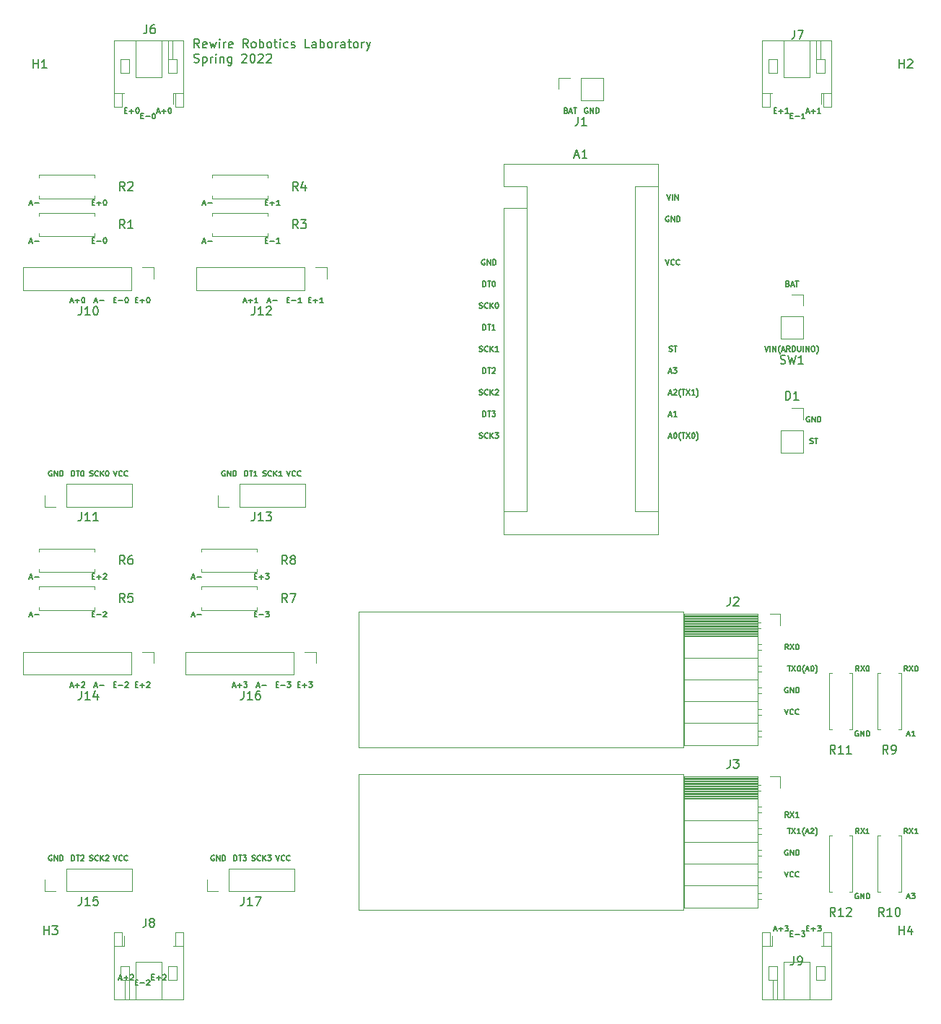
<source format=gto>
G04 #@! TF.GenerationSoftware,KiCad,Pcbnew,(5.1.9)-1*
G04 #@! TF.CreationDate,2022-02-19T11:53:10-06:00*
G04 #@! TF.ProjectId,V2_load_cell,56325f6c-6f61-4645-9f63-656c6c2e6b69,rev?*
G04 #@! TF.SameCoordinates,Original*
G04 #@! TF.FileFunction,Legend,Top*
G04 #@! TF.FilePolarity,Positive*
%FSLAX46Y46*%
G04 Gerber Fmt 4.6, Leading zero omitted, Abs format (unit mm)*
G04 Created by KiCad (PCBNEW (5.1.9)-1) date 2022-02-19 11:53:10*
%MOMM*%
%LPD*%
G01*
G04 APERTURE LIST*
%ADD10C,0.127000*%
%ADD11C,0.120000*%
%ADD12C,0.203200*%
%ADD13C,0.150000*%
%ADD14O,1.200000X1.750000*%
%ADD15O,1.700000X1.700000*%
%ADD16R,1.700000X1.700000*%
%ADD17O,1.600000X1.600000*%
%ADD18R,1.600000X1.600000*%
%ADD19C,3.200000*%
%ADD20C,1.600000*%
G04 APERTURE END LIST*
D10*
X70636190Y-49787023D02*
X70726904Y-49817261D01*
X70878095Y-49817261D01*
X70938571Y-49787023D01*
X70968809Y-49756785D01*
X70999047Y-49696309D01*
X70999047Y-49635833D01*
X70968809Y-49575357D01*
X70938571Y-49545119D01*
X70878095Y-49514880D01*
X70757142Y-49484642D01*
X70696666Y-49454404D01*
X70666428Y-49424166D01*
X70636190Y-49363690D01*
X70636190Y-49303214D01*
X70666428Y-49242738D01*
X70696666Y-49212500D01*
X70757142Y-49182261D01*
X70908333Y-49182261D01*
X70999047Y-49212500D01*
X71634047Y-49756785D02*
X71603809Y-49787023D01*
X71513095Y-49817261D01*
X71452619Y-49817261D01*
X71361904Y-49787023D01*
X71301428Y-49726547D01*
X71271190Y-49666071D01*
X71240952Y-49545119D01*
X71240952Y-49454404D01*
X71271190Y-49333452D01*
X71301428Y-49272976D01*
X71361904Y-49212500D01*
X71452619Y-49182261D01*
X71513095Y-49182261D01*
X71603809Y-49212500D01*
X71634047Y-49242738D01*
X71906190Y-49817261D02*
X71906190Y-49182261D01*
X72269047Y-49817261D02*
X71996904Y-49454404D01*
X72269047Y-49182261D02*
X71906190Y-49545119D01*
X72873809Y-49817261D02*
X72510952Y-49817261D01*
X72692380Y-49817261D02*
X72692380Y-49182261D01*
X72631904Y-49272976D01*
X72571428Y-49333452D01*
X72510952Y-49363690D01*
D11*
X94615000Y-115252500D02*
X94615000Y-99377500D01*
X94615000Y-99377500D02*
X56515000Y-99377500D01*
X56515000Y-115252500D02*
X94615000Y-115252500D01*
X56515000Y-99377500D02*
X56515000Y-115252500D01*
X56515000Y-96202500D02*
X94615000Y-96202500D01*
X56515000Y-80327500D02*
X56515000Y-96202500D01*
X94615000Y-80327500D02*
X56515000Y-80327500D01*
X94615000Y-96202500D02*
X94615000Y-80327500D01*
D12*
X37784556Y-14201019D02*
X37445889Y-13717209D01*
X37203984Y-14201019D02*
X37203984Y-13185019D01*
X37591032Y-13185019D01*
X37687794Y-13233400D01*
X37736175Y-13281780D01*
X37784556Y-13378542D01*
X37784556Y-13523685D01*
X37736175Y-13620447D01*
X37687794Y-13668828D01*
X37591032Y-13717209D01*
X37203984Y-13717209D01*
X38607032Y-14152638D02*
X38510270Y-14201019D01*
X38316746Y-14201019D01*
X38219984Y-14152638D01*
X38171603Y-14055876D01*
X38171603Y-13668828D01*
X38219984Y-13572066D01*
X38316746Y-13523685D01*
X38510270Y-13523685D01*
X38607032Y-13572066D01*
X38655413Y-13668828D01*
X38655413Y-13765590D01*
X38171603Y-13862352D01*
X38994080Y-13523685D02*
X39187603Y-14201019D01*
X39381127Y-13717209D01*
X39574651Y-14201019D01*
X39768175Y-13523685D01*
X40155222Y-14201019D02*
X40155222Y-13523685D01*
X40155222Y-13185019D02*
X40106841Y-13233400D01*
X40155222Y-13281780D01*
X40203603Y-13233400D01*
X40155222Y-13185019D01*
X40155222Y-13281780D01*
X40639032Y-14201019D02*
X40639032Y-13523685D01*
X40639032Y-13717209D02*
X40687413Y-13620447D01*
X40735794Y-13572066D01*
X40832556Y-13523685D01*
X40929318Y-13523685D01*
X41655032Y-14152638D02*
X41558270Y-14201019D01*
X41364746Y-14201019D01*
X41267984Y-14152638D01*
X41219603Y-14055876D01*
X41219603Y-13668828D01*
X41267984Y-13572066D01*
X41364746Y-13523685D01*
X41558270Y-13523685D01*
X41655032Y-13572066D01*
X41703413Y-13668828D01*
X41703413Y-13765590D01*
X41219603Y-13862352D01*
X43493508Y-14201019D02*
X43154841Y-13717209D01*
X42912937Y-14201019D02*
X42912937Y-13185019D01*
X43299984Y-13185019D01*
X43396746Y-13233400D01*
X43445127Y-13281780D01*
X43493508Y-13378542D01*
X43493508Y-13523685D01*
X43445127Y-13620447D01*
X43396746Y-13668828D01*
X43299984Y-13717209D01*
X42912937Y-13717209D01*
X44074080Y-14201019D02*
X43977318Y-14152638D01*
X43928937Y-14104257D01*
X43880556Y-14007495D01*
X43880556Y-13717209D01*
X43928937Y-13620447D01*
X43977318Y-13572066D01*
X44074080Y-13523685D01*
X44219222Y-13523685D01*
X44315984Y-13572066D01*
X44364365Y-13620447D01*
X44412746Y-13717209D01*
X44412746Y-14007495D01*
X44364365Y-14104257D01*
X44315984Y-14152638D01*
X44219222Y-14201019D01*
X44074080Y-14201019D01*
X44848175Y-14201019D02*
X44848175Y-13185019D01*
X44848175Y-13572066D02*
X44944937Y-13523685D01*
X45138460Y-13523685D01*
X45235222Y-13572066D01*
X45283603Y-13620447D01*
X45331984Y-13717209D01*
X45331984Y-14007495D01*
X45283603Y-14104257D01*
X45235222Y-14152638D01*
X45138460Y-14201019D01*
X44944937Y-14201019D01*
X44848175Y-14152638D01*
X45912556Y-14201019D02*
X45815794Y-14152638D01*
X45767413Y-14104257D01*
X45719032Y-14007495D01*
X45719032Y-13717209D01*
X45767413Y-13620447D01*
X45815794Y-13572066D01*
X45912556Y-13523685D01*
X46057699Y-13523685D01*
X46154460Y-13572066D01*
X46202841Y-13620447D01*
X46251222Y-13717209D01*
X46251222Y-14007495D01*
X46202841Y-14104257D01*
X46154460Y-14152638D01*
X46057699Y-14201019D01*
X45912556Y-14201019D01*
X46541508Y-13523685D02*
X46928556Y-13523685D01*
X46686651Y-13185019D02*
X46686651Y-14055876D01*
X46735032Y-14152638D01*
X46831794Y-14201019D01*
X46928556Y-14201019D01*
X47267222Y-14201019D02*
X47267222Y-13523685D01*
X47267222Y-13185019D02*
X47218841Y-13233400D01*
X47267222Y-13281780D01*
X47315603Y-13233400D01*
X47267222Y-13185019D01*
X47267222Y-13281780D01*
X48186460Y-14152638D02*
X48089699Y-14201019D01*
X47896175Y-14201019D01*
X47799413Y-14152638D01*
X47751032Y-14104257D01*
X47702651Y-14007495D01*
X47702651Y-13717209D01*
X47751032Y-13620447D01*
X47799413Y-13572066D01*
X47896175Y-13523685D01*
X48089699Y-13523685D01*
X48186460Y-13572066D01*
X48573508Y-14152638D02*
X48670270Y-14201019D01*
X48863794Y-14201019D01*
X48960556Y-14152638D01*
X49008937Y-14055876D01*
X49008937Y-14007495D01*
X48960556Y-13910733D01*
X48863794Y-13862352D01*
X48718651Y-13862352D01*
X48621889Y-13813971D01*
X48573508Y-13717209D01*
X48573508Y-13668828D01*
X48621889Y-13572066D01*
X48718651Y-13523685D01*
X48863794Y-13523685D01*
X48960556Y-13572066D01*
X50702270Y-14201019D02*
X50218460Y-14201019D01*
X50218460Y-13185019D01*
X51476365Y-14201019D02*
X51476365Y-13668828D01*
X51427984Y-13572066D01*
X51331222Y-13523685D01*
X51137699Y-13523685D01*
X51040937Y-13572066D01*
X51476365Y-14152638D02*
X51379603Y-14201019D01*
X51137699Y-14201019D01*
X51040937Y-14152638D01*
X50992556Y-14055876D01*
X50992556Y-13959114D01*
X51040937Y-13862352D01*
X51137699Y-13813971D01*
X51379603Y-13813971D01*
X51476365Y-13765590D01*
X51960175Y-14201019D02*
X51960175Y-13185019D01*
X51960175Y-13572066D02*
X52056937Y-13523685D01*
X52250460Y-13523685D01*
X52347222Y-13572066D01*
X52395603Y-13620447D01*
X52443984Y-13717209D01*
X52443984Y-14007495D01*
X52395603Y-14104257D01*
X52347222Y-14152638D01*
X52250460Y-14201019D01*
X52056937Y-14201019D01*
X51960175Y-14152638D01*
X53024556Y-14201019D02*
X52927794Y-14152638D01*
X52879413Y-14104257D01*
X52831032Y-14007495D01*
X52831032Y-13717209D01*
X52879413Y-13620447D01*
X52927794Y-13572066D01*
X53024556Y-13523685D01*
X53169699Y-13523685D01*
X53266460Y-13572066D01*
X53314841Y-13620447D01*
X53363222Y-13717209D01*
X53363222Y-14007495D01*
X53314841Y-14104257D01*
X53266460Y-14152638D01*
X53169699Y-14201019D01*
X53024556Y-14201019D01*
X53798651Y-14201019D02*
X53798651Y-13523685D01*
X53798651Y-13717209D02*
X53847032Y-13620447D01*
X53895413Y-13572066D01*
X53992175Y-13523685D01*
X54088937Y-13523685D01*
X54863032Y-14201019D02*
X54863032Y-13668828D01*
X54814651Y-13572066D01*
X54717889Y-13523685D01*
X54524365Y-13523685D01*
X54427603Y-13572066D01*
X54863032Y-14152638D02*
X54766270Y-14201019D01*
X54524365Y-14201019D01*
X54427603Y-14152638D01*
X54379222Y-14055876D01*
X54379222Y-13959114D01*
X54427603Y-13862352D01*
X54524365Y-13813971D01*
X54766270Y-13813971D01*
X54863032Y-13765590D01*
X55201699Y-13523685D02*
X55588746Y-13523685D01*
X55346841Y-13185019D02*
X55346841Y-14055876D01*
X55395222Y-14152638D01*
X55491984Y-14201019D01*
X55588746Y-14201019D01*
X56072556Y-14201019D02*
X55975794Y-14152638D01*
X55927413Y-14104257D01*
X55879032Y-14007495D01*
X55879032Y-13717209D01*
X55927413Y-13620447D01*
X55975794Y-13572066D01*
X56072556Y-13523685D01*
X56217699Y-13523685D01*
X56314460Y-13572066D01*
X56362841Y-13620447D01*
X56411222Y-13717209D01*
X56411222Y-14007495D01*
X56362841Y-14104257D01*
X56314460Y-14152638D01*
X56217699Y-14201019D01*
X56072556Y-14201019D01*
X56846651Y-14201019D02*
X56846651Y-13523685D01*
X56846651Y-13717209D02*
X56895032Y-13620447D01*
X56943413Y-13572066D01*
X57040175Y-13523685D01*
X57136937Y-13523685D01*
X57378841Y-13523685D02*
X57620746Y-14201019D01*
X57862651Y-13523685D02*
X57620746Y-14201019D01*
X57523984Y-14442923D01*
X57475603Y-14491304D01*
X57378841Y-14539685D01*
X37155603Y-15879838D02*
X37300746Y-15928219D01*
X37542651Y-15928219D01*
X37639413Y-15879838D01*
X37687794Y-15831457D01*
X37736175Y-15734695D01*
X37736175Y-15637933D01*
X37687794Y-15541171D01*
X37639413Y-15492790D01*
X37542651Y-15444409D01*
X37349127Y-15396028D01*
X37252365Y-15347647D01*
X37203984Y-15299266D01*
X37155603Y-15202504D01*
X37155603Y-15105742D01*
X37203984Y-15008980D01*
X37252365Y-14960600D01*
X37349127Y-14912219D01*
X37591032Y-14912219D01*
X37736175Y-14960600D01*
X38171603Y-15250885D02*
X38171603Y-16266885D01*
X38171603Y-15299266D02*
X38268365Y-15250885D01*
X38461889Y-15250885D01*
X38558651Y-15299266D01*
X38607032Y-15347647D01*
X38655413Y-15444409D01*
X38655413Y-15734695D01*
X38607032Y-15831457D01*
X38558651Y-15879838D01*
X38461889Y-15928219D01*
X38268365Y-15928219D01*
X38171603Y-15879838D01*
X39090841Y-15928219D02*
X39090841Y-15250885D01*
X39090841Y-15444409D02*
X39139222Y-15347647D01*
X39187603Y-15299266D01*
X39284365Y-15250885D01*
X39381127Y-15250885D01*
X39719794Y-15928219D02*
X39719794Y-15250885D01*
X39719794Y-14912219D02*
X39671413Y-14960600D01*
X39719794Y-15008980D01*
X39768175Y-14960600D01*
X39719794Y-14912219D01*
X39719794Y-15008980D01*
X40203603Y-15250885D02*
X40203603Y-15928219D01*
X40203603Y-15347647D02*
X40251984Y-15299266D01*
X40348746Y-15250885D01*
X40493889Y-15250885D01*
X40590651Y-15299266D01*
X40639032Y-15396028D01*
X40639032Y-15928219D01*
X41558270Y-15250885D02*
X41558270Y-16073361D01*
X41509889Y-16170123D01*
X41461508Y-16218504D01*
X41364746Y-16266885D01*
X41219603Y-16266885D01*
X41122841Y-16218504D01*
X41558270Y-15879838D02*
X41461508Y-15928219D01*
X41267984Y-15928219D01*
X41171222Y-15879838D01*
X41122841Y-15831457D01*
X41074460Y-15734695D01*
X41074460Y-15444409D01*
X41122841Y-15347647D01*
X41171222Y-15299266D01*
X41267984Y-15250885D01*
X41461508Y-15250885D01*
X41558270Y-15299266D01*
X42767794Y-15008980D02*
X42816175Y-14960600D01*
X42912937Y-14912219D01*
X43154841Y-14912219D01*
X43251603Y-14960600D01*
X43299984Y-15008980D01*
X43348365Y-15105742D01*
X43348365Y-15202504D01*
X43299984Y-15347647D01*
X42719413Y-15928219D01*
X43348365Y-15928219D01*
X43977318Y-14912219D02*
X44074080Y-14912219D01*
X44170841Y-14960600D01*
X44219222Y-15008980D01*
X44267603Y-15105742D01*
X44315984Y-15299266D01*
X44315984Y-15541171D01*
X44267603Y-15734695D01*
X44219222Y-15831457D01*
X44170841Y-15879838D01*
X44074080Y-15928219D01*
X43977318Y-15928219D01*
X43880556Y-15879838D01*
X43832175Y-15831457D01*
X43783794Y-15734695D01*
X43735413Y-15541171D01*
X43735413Y-15299266D01*
X43783794Y-15105742D01*
X43832175Y-15008980D01*
X43880556Y-14960600D01*
X43977318Y-14912219D01*
X44703032Y-15008980D02*
X44751413Y-14960600D01*
X44848175Y-14912219D01*
X45090080Y-14912219D01*
X45186841Y-14960600D01*
X45235222Y-15008980D01*
X45283603Y-15105742D01*
X45283603Y-15202504D01*
X45235222Y-15347647D01*
X44654651Y-15928219D01*
X45283603Y-15928219D01*
X45670651Y-15008980D02*
X45719032Y-14960600D01*
X45815794Y-14912219D01*
X46057699Y-14912219D01*
X46154460Y-14960600D01*
X46202841Y-15008980D01*
X46251222Y-15105742D01*
X46251222Y-15202504D01*
X46202841Y-15347647D01*
X45622270Y-15928219D01*
X46251222Y-15928219D01*
D10*
X104140000Y-49182261D02*
X104351666Y-49817261D01*
X104563333Y-49182261D01*
X104775000Y-49817261D02*
X104775000Y-49182261D01*
X105077380Y-49817261D02*
X105077380Y-49182261D01*
X105440238Y-49817261D01*
X105440238Y-49182261D01*
X105924047Y-50059166D02*
X105893809Y-50028928D01*
X105833333Y-49938214D01*
X105803095Y-49877738D01*
X105772857Y-49787023D01*
X105742619Y-49635833D01*
X105742619Y-49514880D01*
X105772857Y-49363690D01*
X105803095Y-49272976D01*
X105833333Y-49212500D01*
X105893809Y-49121785D01*
X105924047Y-49091547D01*
X106135714Y-49635833D02*
X106438095Y-49635833D01*
X106075238Y-49817261D02*
X106286904Y-49182261D01*
X106498571Y-49817261D01*
X107073095Y-49817261D02*
X106861428Y-49514880D01*
X106710238Y-49817261D02*
X106710238Y-49182261D01*
X106952142Y-49182261D01*
X107012619Y-49212500D01*
X107042857Y-49242738D01*
X107073095Y-49303214D01*
X107073095Y-49393928D01*
X107042857Y-49454404D01*
X107012619Y-49484642D01*
X106952142Y-49514880D01*
X106710238Y-49514880D01*
X107345238Y-49817261D02*
X107345238Y-49182261D01*
X107496428Y-49182261D01*
X107587142Y-49212500D01*
X107647619Y-49272976D01*
X107677857Y-49333452D01*
X107708095Y-49454404D01*
X107708095Y-49545119D01*
X107677857Y-49666071D01*
X107647619Y-49726547D01*
X107587142Y-49787023D01*
X107496428Y-49817261D01*
X107345238Y-49817261D01*
X107980238Y-49182261D02*
X107980238Y-49696309D01*
X108010476Y-49756785D01*
X108040714Y-49787023D01*
X108101190Y-49817261D01*
X108222142Y-49817261D01*
X108282619Y-49787023D01*
X108312857Y-49756785D01*
X108343095Y-49696309D01*
X108343095Y-49182261D01*
X108645476Y-49817261D02*
X108645476Y-49182261D01*
X108947857Y-49817261D02*
X108947857Y-49182261D01*
X109310714Y-49817261D01*
X109310714Y-49182261D01*
X109734047Y-49182261D02*
X109855000Y-49182261D01*
X109915476Y-49212500D01*
X109975952Y-49272976D01*
X110006190Y-49393928D01*
X110006190Y-49605595D01*
X109975952Y-49726547D01*
X109915476Y-49787023D01*
X109855000Y-49817261D01*
X109734047Y-49817261D01*
X109673571Y-49787023D01*
X109613095Y-49726547D01*
X109582857Y-49605595D01*
X109582857Y-49393928D01*
X109613095Y-49272976D01*
X109673571Y-49212500D01*
X109734047Y-49182261D01*
X110217857Y-50059166D02*
X110248095Y-50028928D01*
X110308571Y-49938214D01*
X110338809Y-49877738D01*
X110369047Y-49787023D01*
X110399285Y-49635833D01*
X110399285Y-49514880D01*
X110369047Y-49363690D01*
X110338809Y-49272976D01*
X110308571Y-49212500D01*
X110248095Y-49121785D01*
X110217857Y-49091547D01*
X106846309Y-41864642D02*
X106937023Y-41894880D01*
X106967261Y-41925119D01*
X106997500Y-41985595D01*
X106997500Y-42076309D01*
X106967261Y-42136785D01*
X106937023Y-42167023D01*
X106876547Y-42197261D01*
X106634642Y-42197261D01*
X106634642Y-41562261D01*
X106846309Y-41562261D01*
X106906785Y-41592500D01*
X106937023Y-41622738D01*
X106967261Y-41683214D01*
X106967261Y-41743690D01*
X106937023Y-41804166D01*
X106906785Y-41834404D01*
X106846309Y-41864642D01*
X106634642Y-41864642D01*
X107239404Y-42015833D02*
X107541785Y-42015833D01*
X107178928Y-42197261D02*
X107390595Y-41562261D01*
X107602261Y-42197261D01*
X107723214Y-41562261D02*
X108086071Y-41562261D01*
X107904642Y-42197261D02*
X107904642Y-41562261D01*
X109371190Y-57467500D02*
X109310714Y-57437261D01*
X109220000Y-57437261D01*
X109129285Y-57467500D01*
X109068809Y-57527976D01*
X109038571Y-57588452D01*
X109008333Y-57709404D01*
X109008333Y-57800119D01*
X109038571Y-57921071D01*
X109068809Y-57981547D01*
X109129285Y-58042023D01*
X109220000Y-58072261D01*
X109280476Y-58072261D01*
X109371190Y-58042023D01*
X109401428Y-58011785D01*
X109401428Y-57800119D01*
X109280476Y-57800119D01*
X109673571Y-58072261D02*
X109673571Y-57437261D01*
X110036428Y-58072261D01*
X110036428Y-57437261D01*
X110338809Y-58072261D02*
X110338809Y-57437261D01*
X110490000Y-57437261D01*
X110580714Y-57467500D01*
X110641190Y-57527976D01*
X110671428Y-57588452D01*
X110701666Y-57709404D01*
X110701666Y-57800119D01*
X110671428Y-57921071D01*
X110641190Y-57981547D01*
X110580714Y-58042023D01*
X110490000Y-58072261D01*
X110338809Y-58072261D01*
X109431666Y-60582023D02*
X109522380Y-60612261D01*
X109673571Y-60612261D01*
X109734047Y-60582023D01*
X109764285Y-60551785D01*
X109794523Y-60491309D01*
X109794523Y-60430833D01*
X109764285Y-60370357D01*
X109734047Y-60340119D01*
X109673571Y-60309880D01*
X109552619Y-60279642D01*
X109492142Y-60249404D01*
X109461904Y-60219166D01*
X109431666Y-60158690D01*
X109431666Y-60098214D01*
X109461904Y-60037738D01*
X109492142Y-60007500D01*
X109552619Y-59977261D01*
X109703809Y-59977261D01*
X109794523Y-60007500D01*
X109975952Y-59977261D02*
X110338809Y-59977261D01*
X110157380Y-60612261D02*
X110157380Y-59977261D01*
X92921666Y-49787023D02*
X93012380Y-49817261D01*
X93163571Y-49817261D01*
X93224047Y-49787023D01*
X93254285Y-49756785D01*
X93284523Y-49696309D01*
X93284523Y-49635833D01*
X93254285Y-49575357D01*
X93224047Y-49545119D01*
X93163571Y-49514880D01*
X93042619Y-49484642D01*
X92982142Y-49454404D01*
X92951904Y-49424166D01*
X92921666Y-49363690D01*
X92921666Y-49303214D01*
X92951904Y-49242738D01*
X92982142Y-49212500D01*
X93042619Y-49182261D01*
X93193809Y-49182261D01*
X93284523Y-49212500D01*
X93465952Y-49182261D02*
X93828809Y-49182261D01*
X93647380Y-49817261D02*
X93647380Y-49182261D01*
X115086190Y-113347500D02*
X115025714Y-113317261D01*
X114935000Y-113317261D01*
X114844285Y-113347500D01*
X114783809Y-113407976D01*
X114753571Y-113468452D01*
X114723333Y-113589404D01*
X114723333Y-113680119D01*
X114753571Y-113801071D01*
X114783809Y-113861547D01*
X114844285Y-113922023D01*
X114935000Y-113952261D01*
X114995476Y-113952261D01*
X115086190Y-113922023D01*
X115116428Y-113891785D01*
X115116428Y-113680119D01*
X114995476Y-113680119D01*
X115388571Y-113952261D02*
X115388571Y-113317261D01*
X115751428Y-113952261D01*
X115751428Y-113317261D01*
X116053809Y-113952261D02*
X116053809Y-113317261D01*
X116205000Y-113317261D01*
X116295714Y-113347500D01*
X116356190Y-113407976D01*
X116386428Y-113468452D01*
X116416666Y-113589404D01*
X116416666Y-113680119D01*
X116386428Y-113801071D01*
X116356190Y-113861547D01*
X116295714Y-113922023D01*
X116205000Y-113952261D01*
X116053809Y-113952261D01*
X120831428Y-113770833D02*
X121133809Y-113770833D01*
X120770952Y-113952261D02*
X120982619Y-113317261D01*
X121194285Y-113952261D01*
X121345476Y-113317261D02*
X121738571Y-113317261D01*
X121526904Y-113559166D01*
X121617619Y-113559166D01*
X121678095Y-113589404D01*
X121708333Y-113619642D01*
X121738571Y-113680119D01*
X121738571Y-113831309D01*
X121708333Y-113891785D01*
X121678095Y-113922023D01*
X121617619Y-113952261D01*
X121436190Y-113952261D01*
X121375714Y-113922023D01*
X121345476Y-113891785D01*
X120876785Y-106332261D02*
X120665119Y-106029880D01*
X120513928Y-106332261D02*
X120513928Y-105697261D01*
X120755833Y-105697261D01*
X120816309Y-105727500D01*
X120846547Y-105757738D01*
X120876785Y-105818214D01*
X120876785Y-105908928D01*
X120846547Y-105969404D01*
X120816309Y-105999642D01*
X120755833Y-106029880D01*
X120513928Y-106029880D01*
X121088452Y-105697261D02*
X121511785Y-106332261D01*
X121511785Y-105697261D02*
X121088452Y-106332261D01*
X122086309Y-106332261D02*
X121723452Y-106332261D01*
X121904880Y-106332261D02*
X121904880Y-105697261D01*
X121844404Y-105787976D01*
X121783928Y-105848452D01*
X121723452Y-105878690D01*
X115161785Y-106332261D02*
X114950119Y-106029880D01*
X114798928Y-106332261D02*
X114798928Y-105697261D01*
X115040833Y-105697261D01*
X115101309Y-105727500D01*
X115131547Y-105757738D01*
X115161785Y-105818214D01*
X115161785Y-105908928D01*
X115131547Y-105969404D01*
X115101309Y-105999642D01*
X115040833Y-106029880D01*
X114798928Y-106029880D01*
X115373452Y-105697261D02*
X115796785Y-106332261D01*
X115796785Y-105697261D02*
X115373452Y-106332261D01*
X116371309Y-106332261D02*
X116008452Y-106332261D01*
X116189880Y-106332261D02*
X116189880Y-105697261D01*
X116129404Y-105787976D01*
X116068928Y-105848452D01*
X116008452Y-105878690D01*
X115086190Y-94297500D02*
X115025714Y-94267261D01*
X114935000Y-94267261D01*
X114844285Y-94297500D01*
X114783809Y-94357976D01*
X114753571Y-94418452D01*
X114723333Y-94539404D01*
X114723333Y-94630119D01*
X114753571Y-94751071D01*
X114783809Y-94811547D01*
X114844285Y-94872023D01*
X114935000Y-94902261D01*
X114995476Y-94902261D01*
X115086190Y-94872023D01*
X115116428Y-94841785D01*
X115116428Y-94630119D01*
X114995476Y-94630119D01*
X115388571Y-94902261D02*
X115388571Y-94267261D01*
X115751428Y-94902261D01*
X115751428Y-94267261D01*
X116053809Y-94902261D02*
X116053809Y-94267261D01*
X116205000Y-94267261D01*
X116295714Y-94297500D01*
X116356190Y-94357976D01*
X116386428Y-94418452D01*
X116416666Y-94539404D01*
X116416666Y-94630119D01*
X116386428Y-94751071D01*
X116356190Y-94811547D01*
X116295714Y-94872023D01*
X116205000Y-94902261D01*
X116053809Y-94902261D01*
X120831428Y-94720833D02*
X121133809Y-94720833D01*
X120770952Y-94902261D02*
X120982619Y-94267261D01*
X121194285Y-94902261D01*
X121738571Y-94902261D02*
X121375714Y-94902261D01*
X121557142Y-94902261D02*
X121557142Y-94267261D01*
X121496666Y-94357976D01*
X121436190Y-94418452D01*
X121375714Y-94448690D01*
X120876785Y-87282261D02*
X120665119Y-86979880D01*
X120513928Y-87282261D02*
X120513928Y-86647261D01*
X120755833Y-86647261D01*
X120816309Y-86677500D01*
X120846547Y-86707738D01*
X120876785Y-86768214D01*
X120876785Y-86858928D01*
X120846547Y-86919404D01*
X120816309Y-86949642D01*
X120755833Y-86979880D01*
X120513928Y-86979880D01*
X121088452Y-86647261D02*
X121511785Y-87282261D01*
X121511785Y-86647261D02*
X121088452Y-87282261D01*
X121874642Y-86647261D02*
X121935119Y-86647261D01*
X121995595Y-86677500D01*
X122025833Y-86707738D01*
X122056071Y-86768214D01*
X122086309Y-86889166D01*
X122086309Y-87040357D01*
X122056071Y-87161309D01*
X122025833Y-87221785D01*
X121995595Y-87252023D01*
X121935119Y-87282261D01*
X121874642Y-87282261D01*
X121814166Y-87252023D01*
X121783928Y-87221785D01*
X121753690Y-87161309D01*
X121723452Y-87040357D01*
X121723452Y-86889166D01*
X121753690Y-86768214D01*
X121783928Y-86707738D01*
X121814166Y-86677500D01*
X121874642Y-86647261D01*
X115161785Y-87282261D02*
X114950119Y-86979880D01*
X114798928Y-87282261D02*
X114798928Y-86647261D01*
X115040833Y-86647261D01*
X115101309Y-86677500D01*
X115131547Y-86707738D01*
X115161785Y-86768214D01*
X115161785Y-86858928D01*
X115131547Y-86919404D01*
X115101309Y-86949642D01*
X115040833Y-86979880D01*
X114798928Y-86979880D01*
X115373452Y-86647261D02*
X115796785Y-87282261D01*
X115796785Y-86647261D02*
X115373452Y-87282261D01*
X116159642Y-86647261D02*
X116220119Y-86647261D01*
X116280595Y-86677500D01*
X116310833Y-86707738D01*
X116341071Y-86768214D01*
X116371309Y-86889166D01*
X116371309Y-87040357D01*
X116341071Y-87161309D01*
X116310833Y-87221785D01*
X116280595Y-87252023D01*
X116220119Y-87282261D01*
X116159642Y-87282261D01*
X116099166Y-87252023D01*
X116068928Y-87221785D01*
X116038690Y-87161309D01*
X116008452Y-87040357D01*
X116008452Y-86889166D01*
X116038690Y-86768214D01*
X116068928Y-86707738D01*
X116099166Y-86677500D01*
X116159642Y-86647261D01*
X106468333Y-110777261D02*
X106680000Y-111412261D01*
X106891666Y-110777261D01*
X107466190Y-111351785D02*
X107435952Y-111382023D01*
X107345238Y-111412261D01*
X107284761Y-111412261D01*
X107194047Y-111382023D01*
X107133571Y-111321547D01*
X107103333Y-111261071D01*
X107073095Y-111140119D01*
X107073095Y-111049404D01*
X107103333Y-110928452D01*
X107133571Y-110867976D01*
X107194047Y-110807500D01*
X107284761Y-110777261D01*
X107345238Y-110777261D01*
X107435952Y-110807500D01*
X107466190Y-110837738D01*
X108101190Y-111351785D02*
X108070952Y-111382023D01*
X107980238Y-111412261D01*
X107919761Y-111412261D01*
X107829047Y-111382023D01*
X107768571Y-111321547D01*
X107738333Y-111261071D01*
X107708095Y-111140119D01*
X107708095Y-111049404D01*
X107738333Y-110928452D01*
X107768571Y-110867976D01*
X107829047Y-110807500D01*
X107919761Y-110777261D01*
X107980238Y-110777261D01*
X108070952Y-110807500D01*
X108101190Y-110837738D01*
X106831190Y-108267500D02*
X106770714Y-108237261D01*
X106680000Y-108237261D01*
X106589285Y-108267500D01*
X106528809Y-108327976D01*
X106498571Y-108388452D01*
X106468333Y-108509404D01*
X106468333Y-108600119D01*
X106498571Y-108721071D01*
X106528809Y-108781547D01*
X106589285Y-108842023D01*
X106680000Y-108872261D01*
X106740476Y-108872261D01*
X106831190Y-108842023D01*
X106861428Y-108811785D01*
X106861428Y-108600119D01*
X106740476Y-108600119D01*
X107133571Y-108872261D02*
X107133571Y-108237261D01*
X107496428Y-108872261D01*
X107496428Y-108237261D01*
X107798809Y-108872261D02*
X107798809Y-108237261D01*
X107950000Y-108237261D01*
X108040714Y-108267500D01*
X108101190Y-108327976D01*
X108131428Y-108388452D01*
X108161666Y-108509404D01*
X108161666Y-108600119D01*
X108131428Y-108721071D01*
X108101190Y-108781547D01*
X108040714Y-108842023D01*
X107950000Y-108872261D01*
X107798809Y-108872261D01*
X106800952Y-105697261D02*
X107163809Y-105697261D01*
X106982380Y-106332261D02*
X106982380Y-105697261D01*
X107315000Y-105697261D02*
X107738333Y-106332261D01*
X107738333Y-105697261D02*
X107315000Y-106332261D01*
X108312857Y-106332261D02*
X107950000Y-106332261D01*
X108131428Y-106332261D02*
X108131428Y-105697261D01*
X108070952Y-105787976D01*
X108010476Y-105848452D01*
X107950000Y-105878690D01*
X108766428Y-106574166D02*
X108736190Y-106543928D01*
X108675714Y-106453214D01*
X108645476Y-106392738D01*
X108615238Y-106302023D01*
X108585000Y-106150833D01*
X108585000Y-106029880D01*
X108615238Y-105878690D01*
X108645476Y-105787976D01*
X108675714Y-105727500D01*
X108736190Y-105636785D01*
X108766428Y-105606547D01*
X108978095Y-106150833D02*
X109280476Y-106150833D01*
X108917619Y-106332261D02*
X109129285Y-105697261D01*
X109340952Y-106332261D01*
X109522380Y-105757738D02*
X109552619Y-105727500D01*
X109613095Y-105697261D01*
X109764285Y-105697261D01*
X109824761Y-105727500D01*
X109855000Y-105757738D01*
X109885238Y-105818214D01*
X109885238Y-105878690D01*
X109855000Y-105969404D01*
X109492142Y-106332261D01*
X109885238Y-106332261D01*
X110096904Y-106574166D02*
X110127142Y-106543928D01*
X110187619Y-106453214D01*
X110217857Y-106392738D01*
X110248095Y-106302023D01*
X110278333Y-106150833D01*
X110278333Y-106029880D01*
X110248095Y-105878690D01*
X110217857Y-105787976D01*
X110187619Y-105727500D01*
X110127142Y-105636785D01*
X110096904Y-105606547D01*
X106906785Y-104427261D02*
X106695119Y-104124880D01*
X106543928Y-104427261D02*
X106543928Y-103792261D01*
X106785833Y-103792261D01*
X106846309Y-103822500D01*
X106876547Y-103852738D01*
X106906785Y-103913214D01*
X106906785Y-104003928D01*
X106876547Y-104064404D01*
X106846309Y-104094642D01*
X106785833Y-104124880D01*
X106543928Y-104124880D01*
X107118452Y-103792261D02*
X107541785Y-104427261D01*
X107541785Y-103792261D02*
X107118452Y-104427261D01*
X108116309Y-104427261D02*
X107753452Y-104427261D01*
X107934880Y-104427261D02*
X107934880Y-103792261D01*
X107874404Y-103882976D01*
X107813928Y-103943452D01*
X107753452Y-103973690D01*
X106468333Y-91727261D02*
X106680000Y-92362261D01*
X106891666Y-91727261D01*
X107466190Y-92301785D02*
X107435952Y-92332023D01*
X107345238Y-92362261D01*
X107284761Y-92362261D01*
X107194047Y-92332023D01*
X107133571Y-92271547D01*
X107103333Y-92211071D01*
X107073095Y-92090119D01*
X107073095Y-91999404D01*
X107103333Y-91878452D01*
X107133571Y-91817976D01*
X107194047Y-91757500D01*
X107284761Y-91727261D01*
X107345238Y-91727261D01*
X107435952Y-91757500D01*
X107466190Y-91787738D01*
X108101190Y-92301785D02*
X108070952Y-92332023D01*
X107980238Y-92362261D01*
X107919761Y-92362261D01*
X107829047Y-92332023D01*
X107768571Y-92271547D01*
X107738333Y-92211071D01*
X107708095Y-92090119D01*
X107708095Y-91999404D01*
X107738333Y-91878452D01*
X107768571Y-91817976D01*
X107829047Y-91757500D01*
X107919761Y-91727261D01*
X107980238Y-91727261D01*
X108070952Y-91757500D01*
X108101190Y-91787738D01*
X106831190Y-89217500D02*
X106770714Y-89187261D01*
X106680000Y-89187261D01*
X106589285Y-89217500D01*
X106528809Y-89277976D01*
X106498571Y-89338452D01*
X106468333Y-89459404D01*
X106468333Y-89550119D01*
X106498571Y-89671071D01*
X106528809Y-89731547D01*
X106589285Y-89792023D01*
X106680000Y-89822261D01*
X106740476Y-89822261D01*
X106831190Y-89792023D01*
X106861428Y-89761785D01*
X106861428Y-89550119D01*
X106740476Y-89550119D01*
X107133571Y-89822261D02*
X107133571Y-89187261D01*
X107496428Y-89822261D01*
X107496428Y-89187261D01*
X107798809Y-89822261D02*
X107798809Y-89187261D01*
X107950000Y-89187261D01*
X108040714Y-89217500D01*
X108101190Y-89277976D01*
X108131428Y-89338452D01*
X108161666Y-89459404D01*
X108161666Y-89550119D01*
X108131428Y-89671071D01*
X108101190Y-89731547D01*
X108040714Y-89792023D01*
X107950000Y-89822261D01*
X107798809Y-89822261D01*
X106800952Y-86647261D02*
X107163809Y-86647261D01*
X106982380Y-87282261D02*
X106982380Y-86647261D01*
X107315000Y-86647261D02*
X107738333Y-87282261D01*
X107738333Y-86647261D02*
X107315000Y-87282261D01*
X108101190Y-86647261D02*
X108161666Y-86647261D01*
X108222142Y-86677500D01*
X108252380Y-86707738D01*
X108282619Y-86768214D01*
X108312857Y-86889166D01*
X108312857Y-87040357D01*
X108282619Y-87161309D01*
X108252380Y-87221785D01*
X108222142Y-87252023D01*
X108161666Y-87282261D01*
X108101190Y-87282261D01*
X108040714Y-87252023D01*
X108010476Y-87221785D01*
X107980238Y-87161309D01*
X107950000Y-87040357D01*
X107950000Y-86889166D01*
X107980238Y-86768214D01*
X108010476Y-86707738D01*
X108040714Y-86677500D01*
X108101190Y-86647261D01*
X108766428Y-87524166D02*
X108736190Y-87493928D01*
X108675714Y-87403214D01*
X108645476Y-87342738D01*
X108615238Y-87252023D01*
X108585000Y-87100833D01*
X108585000Y-86979880D01*
X108615238Y-86828690D01*
X108645476Y-86737976D01*
X108675714Y-86677500D01*
X108736190Y-86586785D01*
X108766428Y-86556547D01*
X108978095Y-87100833D02*
X109280476Y-87100833D01*
X108917619Y-87282261D02*
X109129285Y-86647261D01*
X109340952Y-87282261D01*
X109673571Y-86647261D02*
X109734047Y-86647261D01*
X109794523Y-86677500D01*
X109824761Y-86707738D01*
X109855000Y-86768214D01*
X109885238Y-86889166D01*
X109885238Y-87040357D01*
X109855000Y-87161309D01*
X109824761Y-87221785D01*
X109794523Y-87252023D01*
X109734047Y-87282261D01*
X109673571Y-87282261D01*
X109613095Y-87252023D01*
X109582857Y-87221785D01*
X109552619Y-87161309D01*
X109522380Y-87040357D01*
X109522380Y-86889166D01*
X109552619Y-86768214D01*
X109582857Y-86707738D01*
X109613095Y-86677500D01*
X109673571Y-86647261D01*
X110096904Y-87524166D02*
X110127142Y-87493928D01*
X110187619Y-87403214D01*
X110217857Y-87342738D01*
X110248095Y-87252023D01*
X110278333Y-87100833D01*
X110278333Y-86979880D01*
X110248095Y-86828690D01*
X110217857Y-86737976D01*
X110187619Y-86677500D01*
X110127142Y-86586785D01*
X110096904Y-86556547D01*
X106906785Y-84742261D02*
X106695119Y-84439880D01*
X106543928Y-84742261D02*
X106543928Y-84107261D01*
X106785833Y-84107261D01*
X106846309Y-84137500D01*
X106876547Y-84167738D01*
X106906785Y-84228214D01*
X106906785Y-84318928D01*
X106876547Y-84379404D01*
X106846309Y-84409642D01*
X106785833Y-84439880D01*
X106543928Y-84439880D01*
X107118452Y-84107261D02*
X107541785Y-84742261D01*
X107541785Y-84107261D02*
X107118452Y-84742261D01*
X107904642Y-84107261D02*
X107965119Y-84107261D01*
X108025595Y-84137500D01*
X108055833Y-84167738D01*
X108086071Y-84228214D01*
X108116309Y-84349166D01*
X108116309Y-84500357D01*
X108086071Y-84621309D01*
X108055833Y-84681785D01*
X108025595Y-84712023D01*
X107965119Y-84742261D01*
X107904642Y-84742261D01*
X107844166Y-84712023D01*
X107813928Y-84681785D01*
X107783690Y-84621309D01*
X107753452Y-84500357D01*
X107753452Y-84349166D01*
X107783690Y-84228214D01*
X107813928Y-84167738D01*
X107844166Y-84137500D01*
X107904642Y-84107261D01*
X92891428Y-54715833D02*
X93193809Y-54715833D01*
X92830952Y-54897261D02*
X93042619Y-54262261D01*
X93254285Y-54897261D01*
X93435714Y-54322738D02*
X93465952Y-54292500D01*
X93526428Y-54262261D01*
X93677619Y-54262261D01*
X93738095Y-54292500D01*
X93768333Y-54322738D01*
X93798571Y-54383214D01*
X93798571Y-54443690D01*
X93768333Y-54534404D01*
X93405476Y-54897261D01*
X93798571Y-54897261D01*
X94252142Y-55139166D02*
X94221904Y-55108928D01*
X94161428Y-55018214D01*
X94131190Y-54957738D01*
X94100952Y-54867023D01*
X94070714Y-54715833D01*
X94070714Y-54594880D01*
X94100952Y-54443690D01*
X94131190Y-54352976D01*
X94161428Y-54292500D01*
X94221904Y-54201785D01*
X94252142Y-54171547D01*
X94403333Y-54262261D02*
X94766190Y-54262261D01*
X94584761Y-54897261D02*
X94584761Y-54262261D01*
X94917380Y-54262261D02*
X95340714Y-54897261D01*
X95340714Y-54262261D02*
X94917380Y-54897261D01*
X95915238Y-54897261D02*
X95552380Y-54897261D01*
X95733809Y-54897261D02*
X95733809Y-54262261D01*
X95673333Y-54352976D01*
X95612857Y-54413452D01*
X95552380Y-54443690D01*
X96126904Y-55139166D02*
X96157142Y-55108928D01*
X96217619Y-55018214D01*
X96247857Y-54957738D01*
X96278095Y-54867023D01*
X96308333Y-54715833D01*
X96308333Y-54594880D01*
X96278095Y-54443690D01*
X96247857Y-54352976D01*
X96217619Y-54292500D01*
X96157142Y-54201785D01*
X96126904Y-54171547D01*
X92891428Y-59795833D02*
X93193809Y-59795833D01*
X92830952Y-59977261D02*
X93042619Y-59342261D01*
X93254285Y-59977261D01*
X93586904Y-59342261D02*
X93647380Y-59342261D01*
X93707857Y-59372500D01*
X93738095Y-59402738D01*
X93768333Y-59463214D01*
X93798571Y-59584166D01*
X93798571Y-59735357D01*
X93768333Y-59856309D01*
X93738095Y-59916785D01*
X93707857Y-59947023D01*
X93647380Y-59977261D01*
X93586904Y-59977261D01*
X93526428Y-59947023D01*
X93496190Y-59916785D01*
X93465952Y-59856309D01*
X93435714Y-59735357D01*
X93435714Y-59584166D01*
X93465952Y-59463214D01*
X93496190Y-59402738D01*
X93526428Y-59372500D01*
X93586904Y-59342261D01*
X94252142Y-60219166D02*
X94221904Y-60188928D01*
X94161428Y-60098214D01*
X94131190Y-60037738D01*
X94100952Y-59947023D01*
X94070714Y-59795833D01*
X94070714Y-59674880D01*
X94100952Y-59523690D01*
X94131190Y-59432976D01*
X94161428Y-59372500D01*
X94221904Y-59281785D01*
X94252142Y-59251547D01*
X94403333Y-59342261D02*
X94766190Y-59342261D01*
X94584761Y-59977261D02*
X94584761Y-59342261D01*
X94917380Y-59342261D02*
X95340714Y-59977261D01*
X95340714Y-59342261D02*
X94917380Y-59977261D01*
X95703571Y-59342261D02*
X95764047Y-59342261D01*
X95824523Y-59372500D01*
X95854761Y-59402738D01*
X95885000Y-59463214D01*
X95915238Y-59584166D01*
X95915238Y-59735357D01*
X95885000Y-59856309D01*
X95854761Y-59916785D01*
X95824523Y-59947023D01*
X95764047Y-59977261D01*
X95703571Y-59977261D01*
X95643095Y-59947023D01*
X95612857Y-59916785D01*
X95582619Y-59856309D01*
X95552380Y-59735357D01*
X95552380Y-59584166D01*
X95582619Y-59463214D01*
X95612857Y-59402738D01*
X95643095Y-59372500D01*
X95703571Y-59342261D01*
X96126904Y-60219166D02*
X96157142Y-60188928D01*
X96217619Y-60098214D01*
X96247857Y-60037738D01*
X96278095Y-59947023D01*
X96308333Y-59795833D01*
X96308333Y-59674880D01*
X96278095Y-59523690D01*
X96247857Y-59432976D01*
X96217619Y-59372500D01*
X96157142Y-59281785D01*
X96126904Y-59251547D01*
X92891428Y-57255833D02*
X93193809Y-57255833D01*
X92830952Y-57437261D02*
X93042619Y-56802261D01*
X93254285Y-57437261D01*
X93798571Y-57437261D02*
X93435714Y-57437261D01*
X93617142Y-57437261D02*
X93617142Y-56802261D01*
X93556666Y-56892976D01*
X93496190Y-56953452D01*
X93435714Y-56983690D01*
X92891428Y-52175833D02*
X93193809Y-52175833D01*
X92830952Y-52357261D02*
X93042619Y-51722261D01*
X93254285Y-52357261D01*
X93405476Y-51722261D02*
X93798571Y-51722261D01*
X93586904Y-51964166D01*
X93677619Y-51964166D01*
X93738095Y-51994404D01*
X93768333Y-52024642D01*
X93798571Y-52085119D01*
X93798571Y-52236309D01*
X93768333Y-52296785D01*
X93738095Y-52327023D01*
X93677619Y-52357261D01*
X93496190Y-52357261D01*
X93435714Y-52327023D01*
X93405476Y-52296785D01*
X92498333Y-39022261D02*
X92710000Y-39657261D01*
X92921666Y-39022261D01*
X93496190Y-39596785D02*
X93465952Y-39627023D01*
X93375238Y-39657261D01*
X93314761Y-39657261D01*
X93224047Y-39627023D01*
X93163571Y-39566547D01*
X93133333Y-39506071D01*
X93103095Y-39385119D01*
X93103095Y-39294404D01*
X93133333Y-39173452D01*
X93163571Y-39112976D01*
X93224047Y-39052500D01*
X93314761Y-39022261D01*
X93375238Y-39022261D01*
X93465952Y-39052500D01*
X93496190Y-39082738D01*
X94131190Y-39596785D02*
X94100952Y-39627023D01*
X94010238Y-39657261D01*
X93949761Y-39657261D01*
X93859047Y-39627023D01*
X93798571Y-39566547D01*
X93768333Y-39506071D01*
X93738095Y-39385119D01*
X93738095Y-39294404D01*
X93768333Y-39173452D01*
X93798571Y-39112976D01*
X93859047Y-39052500D01*
X93949761Y-39022261D01*
X94010238Y-39022261D01*
X94100952Y-39052500D01*
X94131190Y-39082738D01*
X92649523Y-31402261D02*
X92861190Y-32037261D01*
X93072857Y-31402261D01*
X93284523Y-32037261D02*
X93284523Y-31402261D01*
X93586904Y-32037261D02*
X93586904Y-31402261D01*
X93949761Y-32037261D01*
X93949761Y-31402261D01*
X92861190Y-33972500D02*
X92800714Y-33942261D01*
X92710000Y-33942261D01*
X92619285Y-33972500D01*
X92558809Y-34032976D01*
X92528571Y-34093452D01*
X92498333Y-34214404D01*
X92498333Y-34305119D01*
X92528571Y-34426071D01*
X92558809Y-34486547D01*
X92619285Y-34547023D01*
X92710000Y-34577261D01*
X92770476Y-34577261D01*
X92861190Y-34547023D01*
X92891428Y-34516785D01*
X92891428Y-34305119D01*
X92770476Y-34305119D01*
X93163571Y-34577261D02*
X93163571Y-33942261D01*
X93526428Y-34577261D01*
X93526428Y-33942261D01*
X93828809Y-34577261D02*
X93828809Y-33942261D01*
X93980000Y-33942261D01*
X94070714Y-33972500D01*
X94131190Y-34032976D01*
X94161428Y-34093452D01*
X94191666Y-34214404D01*
X94191666Y-34305119D01*
X94161428Y-34426071D01*
X94131190Y-34486547D01*
X94070714Y-34547023D01*
X93980000Y-34577261D01*
X93828809Y-34577261D01*
X71044404Y-57437261D02*
X71044404Y-56802261D01*
X71195595Y-56802261D01*
X71286309Y-56832500D01*
X71346785Y-56892976D01*
X71377023Y-56953452D01*
X71407261Y-57074404D01*
X71407261Y-57165119D01*
X71377023Y-57286071D01*
X71346785Y-57346547D01*
X71286309Y-57407023D01*
X71195595Y-57437261D01*
X71044404Y-57437261D01*
X71588690Y-56802261D02*
X71951547Y-56802261D01*
X71770119Y-57437261D02*
X71770119Y-56802261D01*
X72102738Y-56802261D02*
X72495833Y-56802261D01*
X72284166Y-57044166D01*
X72374880Y-57044166D01*
X72435357Y-57074404D01*
X72465595Y-57104642D01*
X72495833Y-57165119D01*
X72495833Y-57316309D01*
X72465595Y-57376785D01*
X72435357Y-57407023D01*
X72374880Y-57437261D01*
X72193452Y-57437261D01*
X72132976Y-57407023D01*
X72102738Y-57376785D01*
X70636190Y-59947023D02*
X70726904Y-59977261D01*
X70878095Y-59977261D01*
X70938571Y-59947023D01*
X70968809Y-59916785D01*
X70999047Y-59856309D01*
X70999047Y-59795833D01*
X70968809Y-59735357D01*
X70938571Y-59705119D01*
X70878095Y-59674880D01*
X70757142Y-59644642D01*
X70696666Y-59614404D01*
X70666428Y-59584166D01*
X70636190Y-59523690D01*
X70636190Y-59463214D01*
X70666428Y-59402738D01*
X70696666Y-59372500D01*
X70757142Y-59342261D01*
X70908333Y-59342261D01*
X70999047Y-59372500D01*
X71634047Y-59916785D02*
X71603809Y-59947023D01*
X71513095Y-59977261D01*
X71452619Y-59977261D01*
X71361904Y-59947023D01*
X71301428Y-59886547D01*
X71271190Y-59826071D01*
X71240952Y-59705119D01*
X71240952Y-59614404D01*
X71271190Y-59493452D01*
X71301428Y-59432976D01*
X71361904Y-59372500D01*
X71452619Y-59342261D01*
X71513095Y-59342261D01*
X71603809Y-59372500D01*
X71634047Y-59402738D01*
X71906190Y-59977261D02*
X71906190Y-59342261D01*
X72269047Y-59977261D02*
X71996904Y-59614404D01*
X72269047Y-59342261D02*
X71906190Y-59705119D01*
X72480714Y-59342261D02*
X72873809Y-59342261D01*
X72662142Y-59584166D01*
X72752857Y-59584166D01*
X72813333Y-59614404D01*
X72843571Y-59644642D01*
X72873809Y-59705119D01*
X72873809Y-59856309D01*
X72843571Y-59916785D01*
X72813333Y-59947023D01*
X72752857Y-59977261D01*
X72571428Y-59977261D01*
X72510952Y-59947023D01*
X72480714Y-59916785D01*
X71044404Y-52357261D02*
X71044404Y-51722261D01*
X71195595Y-51722261D01*
X71286309Y-51752500D01*
X71346785Y-51812976D01*
X71377023Y-51873452D01*
X71407261Y-51994404D01*
X71407261Y-52085119D01*
X71377023Y-52206071D01*
X71346785Y-52266547D01*
X71286309Y-52327023D01*
X71195595Y-52357261D01*
X71044404Y-52357261D01*
X71588690Y-51722261D02*
X71951547Y-51722261D01*
X71770119Y-52357261D02*
X71770119Y-51722261D01*
X72132976Y-51782738D02*
X72163214Y-51752500D01*
X72223690Y-51722261D01*
X72374880Y-51722261D01*
X72435357Y-51752500D01*
X72465595Y-51782738D01*
X72495833Y-51843214D01*
X72495833Y-51903690D01*
X72465595Y-51994404D01*
X72102738Y-52357261D01*
X72495833Y-52357261D01*
X70636190Y-54867023D02*
X70726904Y-54897261D01*
X70878095Y-54897261D01*
X70938571Y-54867023D01*
X70968809Y-54836785D01*
X70999047Y-54776309D01*
X70999047Y-54715833D01*
X70968809Y-54655357D01*
X70938571Y-54625119D01*
X70878095Y-54594880D01*
X70757142Y-54564642D01*
X70696666Y-54534404D01*
X70666428Y-54504166D01*
X70636190Y-54443690D01*
X70636190Y-54383214D01*
X70666428Y-54322738D01*
X70696666Y-54292500D01*
X70757142Y-54262261D01*
X70908333Y-54262261D01*
X70999047Y-54292500D01*
X71634047Y-54836785D02*
X71603809Y-54867023D01*
X71513095Y-54897261D01*
X71452619Y-54897261D01*
X71361904Y-54867023D01*
X71301428Y-54806547D01*
X71271190Y-54746071D01*
X71240952Y-54625119D01*
X71240952Y-54534404D01*
X71271190Y-54413452D01*
X71301428Y-54352976D01*
X71361904Y-54292500D01*
X71452619Y-54262261D01*
X71513095Y-54262261D01*
X71603809Y-54292500D01*
X71634047Y-54322738D01*
X71906190Y-54897261D02*
X71906190Y-54262261D01*
X72269047Y-54897261D02*
X71996904Y-54534404D01*
X72269047Y-54262261D02*
X71906190Y-54625119D01*
X72510952Y-54322738D02*
X72541190Y-54292500D01*
X72601666Y-54262261D01*
X72752857Y-54262261D01*
X72813333Y-54292500D01*
X72843571Y-54322738D01*
X72873809Y-54383214D01*
X72873809Y-54443690D01*
X72843571Y-54534404D01*
X72480714Y-54897261D01*
X72873809Y-54897261D01*
X71044404Y-47277261D02*
X71044404Y-46642261D01*
X71195595Y-46642261D01*
X71286309Y-46672500D01*
X71346785Y-46732976D01*
X71377023Y-46793452D01*
X71407261Y-46914404D01*
X71407261Y-47005119D01*
X71377023Y-47126071D01*
X71346785Y-47186547D01*
X71286309Y-47247023D01*
X71195595Y-47277261D01*
X71044404Y-47277261D01*
X71588690Y-46642261D02*
X71951547Y-46642261D01*
X71770119Y-47277261D02*
X71770119Y-46642261D01*
X72495833Y-47277261D02*
X72132976Y-47277261D01*
X72314404Y-47277261D02*
X72314404Y-46642261D01*
X72253928Y-46732976D01*
X72193452Y-46793452D01*
X72132976Y-46823690D01*
X70636190Y-44707023D02*
X70726904Y-44737261D01*
X70878095Y-44737261D01*
X70938571Y-44707023D01*
X70968809Y-44676785D01*
X70999047Y-44616309D01*
X70999047Y-44555833D01*
X70968809Y-44495357D01*
X70938571Y-44465119D01*
X70878095Y-44434880D01*
X70757142Y-44404642D01*
X70696666Y-44374404D01*
X70666428Y-44344166D01*
X70636190Y-44283690D01*
X70636190Y-44223214D01*
X70666428Y-44162738D01*
X70696666Y-44132500D01*
X70757142Y-44102261D01*
X70908333Y-44102261D01*
X70999047Y-44132500D01*
X71634047Y-44676785D02*
X71603809Y-44707023D01*
X71513095Y-44737261D01*
X71452619Y-44737261D01*
X71361904Y-44707023D01*
X71301428Y-44646547D01*
X71271190Y-44586071D01*
X71240952Y-44465119D01*
X71240952Y-44374404D01*
X71271190Y-44253452D01*
X71301428Y-44192976D01*
X71361904Y-44132500D01*
X71452619Y-44102261D01*
X71513095Y-44102261D01*
X71603809Y-44132500D01*
X71634047Y-44162738D01*
X71906190Y-44737261D02*
X71906190Y-44102261D01*
X72269047Y-44737261D02*
X71996904Y-44374404D01*
X72269047Y-44102261D02*
X71906190Y-44465119D01*
X72662142Y-44102261D02*
X72722619Y-44102261D01*
X72783095Y-44132500D01*
X72813333Y-44162738D01*
X72843571Y-44223214D01*
X72873809Y-44344166D01*
X72873809Y-44495357D01*
X72843571Y-44616309D01*
X72813333Y-44676785D01*
X72783095Y-44707023D01*
X72722619Y-44737261D01*
X72662142Y-44737261D01*
X72601666Y-44707023D01*
X72571428Y-44676785D01*
X72541190Y-44616309D01*
X72510952Y-44495357D01*
X72510952Y-44344166D01*
X72541190Y-44223214D01*
X72571428Y-44162738D01*
X72601666Y-44132500D01*
X72662142Y-44102261D01*
X71044404Y-42197261D02*
X71044404Y-41562261D01*
X71195595Y-41562261D01*
X71286309Y-41592500D01*
X71346785Y-41652976D01*
X71377023Y-41713452D01*
X71407261Y-41834404D01*
X71407261Y-41925119D01*
X71377023Y-42046071D01*
X71346785Y-42106547D01*
X71286309Y-42167023D01*
X71195595Y-42197261D01*
X71044404Y-42197261D01*
X71588690Y-41562261D02*
X71951547Y-41562261D01*
X71770119Y-42197261D02*
X71770119Y-41562261D01*
X72284166Y-41562261D02*
X72344642Y-41562261D01*
X72405119Y-41592500D01*
X72435357Y-41622738D01*
X72465595Y-41683214D01*
X72495833Y-41804166D01*
X72495833Y-41955357D01*
X72465595Y-42076309D01*
X72435357Y-42136785D01*
X72405119Y-42167023D01*
X72344642Y-42197261D01*
X72284166Y-42197261D01*
X72223690Y-42167023D01*
X72193452Y-42136785D01*
X72163214Y-42076309D01*
X72132976Y-41955357D01*
X72132976Y-41804166D01*
X72163214Y-41683214D01*
X72193452Y-41622738D01*
X72223690Y-41592500D01*
X72284166Y-41562261D01*
X71271190Y-39052500D02*
X71210714Y-39022261D01*
X71120000Y-39022261D01*
X71029285Y-39052500D01*
X70968809Y-39112976D01*
X70938571Y-39173452D01*
X70908333Y-39294404D01*
X70908333Y-39385119D01*
X70938571Y-39506071D01*
X70968809Y-39566547D01*
X71029285Y-39627023D01*
X71120000Y-39657261D01*
X71180476Y-39657261D01*
X71271190Y-39627023D01*
X71301428Y-39596785D01*
X71301428Y-39385119D01*
X71180476Y-39385119D01*
X71573571Y-39657261D02*
X71573571Y-39022261D01*
X71936428Y-39657261D01*
X71936428Y-39022261D01*
X72238809Y-39657261D02*
X72238809Y-39022261D01*
X72390000Y-39022261D01*
X72480714Y-39052500D01*
X72541190Y-39112976D01*
X72571428Y-39173452D01*
X72601666Y-39294404D01*
X72601666Y-39385119D01*
X72571428Y-39506071D01*
X72541190Y-39566547D01*
X72480714Y-39627023D01*
X72390000Y-39657261D01*
X72238809Y-39657261D01*
X83336190Y-21272500D02*
X83275714Y-21242261D01*
X83185000Y-21242261D01*
X83094285Y-21272500D01*
X83033809Y-21332976D01*
X83003571Y-21393452D01*
X82973333Y-21514404D01*
X82973333Y-21605119D01*
X83003571Y-21726071D01*
X83033809Y-21786547D01*
X83094285Y-21847023D01*
X83185000Y-21877261D01*
X83245476Y-21877261D01*
X83336190Y-21847023D01*
X83366428Y-21816785D01*
X83366428Y-21605119D01*
X83245476Y-21605119D01*
X83638571Y-21877261D02*
X83638571Y-21242261D01*
X84001428Y-21877261D01*
X84001428Y-21242261D01*
X84303809Y-21877261D02*
X84303809Y-21242261D01*
X84455000Y-21242261D01*
X84545714Y-21272500D01*
X84606190Y-21332976D01*
X84636428Y-21393452D01*
X84666666Y-21514404D01*
X84666666Y-21605119D01*
X84636428Y-21726071D01*
X84606190Y-21786547D01*
X84545714Y-21847023D01*
X84455000Y-21877261D01*
X84303809Y-21877261D01*
X80811309Y-21544642D02*
X80902023Y-21574880D01*
X80932261Y-21605119D01*
X80962500Y-21665595D01*
X80962500Y-21756309D01*
X80932261Y-21816785D01*
X80902023Y-21847023D01*
X80841547Y-21877261D01*
X80599642Y-21877261D01*
X80599642Y-21242261D01*
X80811309Y-21242261D01*
X80871785Y-21272500D01*
X80902023Y-21302738D01*
X80932261Y-21363214D01*
X80932261Y-21423690D01*
X80902023Y-21484166D01*
X80871785Y-21514404D01*
X80811309Y-21544642D01*
X80599642Y-21544642D01*
X81204404Y-21695833D02*
X81506785Y-21695833D01*
X81143928Y-21877261D02*
X81355595Y-21242261D01*
X81567261Y-21877261D01*
X81688214Y-21242261D02*
X82051071Y-21242261D01*
X81869642Y-21877261D02*
X81869642Y-21242261D01*
X44253452Y-80599642D02*
X44465119Y-80599642D01*
X44555833Y-80932261D02*
X44253452Y-80932261D01*
X44253452Y-80297261D01*
X44555833Y-80297261D01*
X44827976Y-80690357D02*
X45311785Y-80690357D01*
X45553690Y-80297261D02*
X45946785Y-80297261D01*
X45735119Y-80539166D01*
X45825833Y-80539166D01*
X45886309Y-80569404D01*
X45916547Y-80599642D01*
X45946785Y-80660119D01*
X45946785Y-80811309D01*
X45916547Y-80871785D01*
X45886309Y-80902023D01*
X45825833Y-80932261D01*
X45644404Y-80932261D01*
X45583928Y-80902023D01*
X45553690Y-80871785D01*
X36920714Y-76305833D02*
X37223095Y-76305833D01*
X36860238Y-76487261D02*
X37071904Y-75852261D01*
X37283571Y-76487261D01*
X37495238Y-76245357D02*
X37979047Y-76245357D01*
X36920714Y-80750833D02*
X37223095Y-80750833D01*
X36860238Y-80932261D02*
X37071904Y-80297261D01*
X37283571Y-80932261D01*
X37495238Y-80690357D02*
X37979047Y-80690357D01*
X44253452Y-76154642D02*
X44465119Y-76154642D01*
X44555833Y-76487261D02*
X44253452Y-76487261D01*
X44253452Y-75852261D01*
X44555833Y-75852261D01*
X44827976Y-76245357D02*
X45311785Y-76245357D01*
X45069880Y-76487261D02*
X45069880Y-76003452D01*
X45553690Y-75852261D02*
X45946785Y-75852261D01*
X45735119Y-76094166D01*
X45825833Y-76094166D01*
X45886309Y-76124404D01*
X45916547Y-76154642D01*
X45946785Y-76215119D01*
X45946785Y-76366309D01*
X45916547Y-76426785D01*
X45886309Y-76457023D01*
X45825833Y-76487261D01*
X45644404Y-76487261D01*
X45583928Y-76457023D01*
X45553690Y-76426785D01*
X17870714Y-80750833D02*
X18173095Y-80750833D01*
X17810238Y-80932261D02*
X18021904Y-80297261D01*
X18233571Y-80932261D01*
X18445238Y-80690357D02*
X18929047Y-80690357D01*
X25203452Y-76154642D02*
X25415119Y-76154642D01*
X25505833Y-76487261D02*
X25203452Y-76487261D01*
X25203452Y-75852261D01*
X25505833Y-75852261D01*
X25777976Y-76245357D02*
X26261785Y-76245357D01*
X26019880Y-76487261D02*
X26019880Y-76003452D01*
X26533928Y-75912738D02*
X26564166Y-75882500D01*
X26624642Y-75852261D01*
X26775833Y-75852261D01*
X26836309Y-75882500D01*
X26866547Y-75912738D01*
X26896785Y-75973214D01*
X26896785Y-76033690D01*
X26866547Y-76124404D01*
X26503690Y-76487261D01*
X26896785Y-76487261D01*
X17870714Y-76305833D02*
X18173095Y-76305833D01*
X17810238Y-76487261D02*
X18021904Y-75852261D01*
X18233571Y-76487261D01*
X18445238Y-76245357D02*
X18929047Y-76245357D01*
X25203452Y-80599642D02*
X25415119Y-80599642D01*
X25505833Y-80932261D02*
X25203452Y-80932261D01*
X25203452Y-80297261D01*
X25505833Y-80297261D01*
X25777976Y-80690357D02*
X26261785Y-80690357D01*
X26533928Y-80357738D02*
X26564166Y-80327500D01*
X26624642Y-80297261D01*
X26775833Y-80297261D01*
X26836309Y-80327500D01*
X26866547Y-80357738D01*
X26896785Y-80418214D01*
X26896785Y-80478690D01*
X26866547Y-80569404D01*
X26503690Y-80932261D01*
X26896785Y-80932261D01*
X38190714Y-32490833D02*
X38493095Y-32490833D01*
X38130238Y-32672261D02*
X38341904Y-32037261D01*
X38553571Y-32672261D01*
X38765238Y-32430357D02*
X39249047Y-32430357D01*
X45523452Y-32339642D02*
X45735119Y-32339642D01*
X45825833Y-32672261D02*
X45523452Y-32672261D01*
X45523452Y-32037261D01*
X45825833Y-32037261D01*
X46097976Y-32430357D02*
X46581785Y-32430357D01*
X46339880Y-32672261D02*
X46339880Y-32188452D01*
X47216785Y-32672261D02*
X46853928Y-32672261D01*
X47035357Y-32672261D02*
X47035357Y-32037261D01*
X46974880Y-32127976D01*
X46914404Y-32188452D01*
X46853928Y-32218690D01*
X38190714Y-36935833D02*
X38493095Y-36935833D01*
X38130238Y-37117261D02*
X38341904Y-36482261D01*
X38553571Y-37117261D01*
X38765238Y-36875357D02*
X39249047Y-36875357D01*
X45523452Y-36784642D02*
X45735119Y-36784642D01*
X45825833Y-37117261D02*
X45523452Y-37117261D01*
X45523452Y-36482261D01*
X45825833Y-36482261D01*
X46097976Y-36875357D02*
X46581785Y-36875357D01*
X47216785Y-37117261D02*
X46853928Y-37117261D01*
X47035357Y-37117261D02*
X47035357Y-36482261D01*
X46974880Y-36572976D01*
X46914404Y-36633452D01*
X46853928Y-36663690D01*
X17870714Y-32490833D02*
X18173095Y-32490833D01*
X17810238Y-32672261D02*
X18021904Y-32037261D01*
X18233571Y-32672261D01*
X18445238Y-32430357D02*
X18929047Y-32430357D01*
X25203452Y-32339642D02*
X25415119Y-32339642D01*
X25505833Y-32672261D02*
X25203452Y-32672261D01*
X25203452Y-32037261D01*
X25505833Y-32037261D01*
X25777976Y-32430357D02*
X26261785Y-32430357D01*
X26019880Y-32672261D02*
X26019880Y-32188452D01*
X26685119Y-32037261D02*
X26745595Y-32037261D01*
X26806071Y-32067500D01*
X26836309Y-32097738D01*
X26866547Y-32158214D01*
X26896785Y-32279166D01*
X26896785Y-32430357D01*
X26866547Y-32551309D01*
X26836309Y-32611785D01*
X26806071Y-32642023D01*
X26745595Y-32672261D01*
X26685119Y-32672261D01*
X26624642Y-32642023D01*
X26594404Y-32611785D01*
X26564166Y-32551309D01*
X26533928Y-32430357D01*
X26533928Y-32279166D01*
X26564166Y-32158214D01*
X26594404Y-32097738D01*
X26624642Y-32067500D01*
X26685119Y-32037261D01*
X17870714Y-36935833D02*
X18173095Y-36935833D01*
X17810238Y-37117261D02*
X18021904Y-36482261D01*
X18233571Y-37117261D01*
X18445238Y-36875357D02*
X18929047Y-36875357D01*
X25203452Y-36784642D02*
X25415119Y-36784642D01*
X25505833Y-37117261D02*
X25203452Y-37117261D01*
X25203452Y-36482261D01*
X25505833Y-36482261D01*
X25777976Y-36875357D02*
X26261785Y-36875357D01*
X26685119Y-36482261D02*
X26745595Y-36482261D01*
X26806071Y-36512500D01*
X26836309Y-36542738D01*
X26866547Y-36603214D01*
X26896785Y-36724166D01*
X26896785Y-36875357D01*
X26866547Y-36996309D01*
X26836309Y-37056785D01*
X26806071Y-37087023D01*
X26745595Y-37117261D01*
X26685119Y-37117261D01*
X26624642Y-37087023D01*
X26594404Y-37056785D01*
X26564166Y-36996309D01*
X26533928Y-36875357D01*
X26533928Y-36724166D01*
X26564166Y-36603214D01*
X26594404Y-36542738D01*
X26624642Y-36512500D01*
X26685119Y-36482261D01*
X39521190Y-108902500D02*
X39460714Y-108872261D01*
X39370000Y-108872261D01*
X39279285Y-108902500D01*
X39218809Y-108962976D01*
X39188571Y-109023452D01*
X39158333Y-109144404D01*
X39158333Y-109235119D01*
X39188571Y-109356071D01*
X39218809Y-109416547D01*
X39279285Y-109477023D01*
X39370000Y-109507261D01*
X39430476Y-109507261D01*
X39521190Y-109477023D01*
X39551428Y-109446785D01*
X39551428Y-109235119D01*
X39430476Y-109235119D01*
X39823571Y-109507261D02*
X39823571Y-108872261D01*
X40186428Y-109507261D01*
X40186428Y-108872261D01*
X40488809Y-109507261D02*
X40488809Y-108872261D01*
X40640000Y-108872261D01*
X40730714Y-108902500D01*
X40791190Y-108962976D01*
X40821428Y-109023452D01*
X40851666Y-109144404D01*
X40851666Y-109235119D01*
X40821428Y-109356071D01*
X40791190Y-109416547D01*
X40730714Y-109477023D01*
X40640000Y-109507261D01*
X40488809Y-109507261D01*
X46778333Y-108872261D02*
X46990000Y-109507261D01*
X47201666Y-108872261D01*
X47776190Y-109446785D02*
X47745952Y-109477023D01*
X47655238Y-109507261D01*
X47594761Y-109507261D01*
X47504047Y-109477023D01*
X47443571Y-109416547D01*
X47413333Y-109356071D01*
X47383095Y-109235119D01*
X47383095Y-109144404D01*
X47413333Y-109023452D01*
X47443571Y-108962976D01*
X47504047Y-108902500D01*
X47594761Y-108872261D01*
X47655238Y-108872261D01*
X47745952Y-108902500D01*
X47776190Y-108932738D01*
X48411190Y-109446785D02*
X48380952Y-109477023D01*
X48290238Y-109507261D01*
X48229761Y-109507261D01*
X48139047Y-109477023D01*
X48078571Y-109416547D01*
X48048333Y-109356071D01*
X48018095Y-109235119D01*
X48018095Y-109144404D01*
X48048333Y-109023452D01*
X48078571Y-108962976D01*
X48139047Y-108902500D01*
X48229761Y-108872261D01*
X48290238Y-108872261D01*
X48380952Y-108902500D01*
X48411190Y-108932738D01*
X43966190Y-109477023D02*
X44056904Y-109507261D01*
X44208095Y-109507261D01*
X44268571Y-109477023D01*
X44298809Y-109446785D01*
X44329047Y-109386309D01*
X44329047Y-109325833D01*
X44298809Y-109265357D01*
X44268571Y-109235119D01*
X44208095Y-109204880D01*
X44087142Y-109174642D01*
X44026666Y-109144404D01*
X43996428Y-109114166D01*
X43966190Y-109053690D01*
X43966190Y-108993214D01*
X43996428Y-108932738D01*
X44026666Y-108902500D01*
X44087142Y-108872261D01*
X44238333Y-108872261D01*
X44329047Y-108902500D01*
X44964047Y-109446785D02*
X44933809Y-109477023D01*
X44843095Y-109507261D01*
X44782619Y-109507261D01*
X44691904Y-109477023D01*
X44631428Y-109416547D01*
X44601190Y-109356071D01*
X44570952Y-109235119D01*
X44570952Y-109144404D01*
X44601190Y-109023452D01*
X44631428Y-108962976D01*
X44691904Y-108902500D01*
X44782619Y-108872261D01*
X44843095Y-108872261D01*
X44933809Y-108902500D01*
X44964047Y-108932738D01*
X45236190Y-109507261D02*
X45236190Y-108872261D01*
X45599047Y-109507261D02*
X45326904Y-109144404D01*
X45599047Y-108872261D02*
X45236190Y-109235119D01*
X45810714Y-108872261D02*
X46203809Y-108872261D01*
X45992142Y-109114166D01*
X46082857Y-109114166D01*
X46143333Y-109144404D01*
X46173571Y-109174642D01*
X46203809Y-109235119D01*
X46203809Y-109386309D01*
X46173571Y-109446785D01*
X46143333Y-109477023D01*
X46082857Y-109507261D01*
X45901428Y-109507261D01*
X45840952Y-109477023D01*
X45810714Y-109446785D01*
X41834404Y-109507261D02*
X41834404Y-108872261D01*
X41985595Y-108872261D01*
X42076309Y-108902500D01*
X42136785Y-108962976D01*
X42167023Y-109023452D01*
X42197261Y-109144404D01*
X42197261Y-109235119D01*
X42167023Y-109356071D01*
X42136785Y-109416547D01*
X42076309Y-109477023D01*
X41985595Y-109507261D01*
X41834404Y-109507261D01*
X42378690Y-108872261D02*
X42741547Y-108872261D01*
X42560119Y-109507261D02*
X42560119Y-108872261D01*
X42892738Y-108872261D02*
X43285833Y-108872261D01*
X43074166Y-109114166D01*
X43164880Y-109114166D01*
X43225357Y-109144404D01*
X43255595Y-109174642D01*
X43285833Y-109235119D01*
X43285833Y-109386309D01*
X43255595Y-109446785D01*
X43225357Y-109477023D01*
X43164880Y-109507261D01*
X42983452Y-109507261D01*
X42922976Y-109477023D01*
X42892738Y-109446785D01*
X20471190Y-108902500D02*
X20410714Y-108872261D01*
X20320000Y-108872261D01*
X20229285Y-108902500D01*
X20168809Y-108962976D01*
X20138571Y-109023452D01*
X20108333Y-109144404D01*
X20108333Y-109235119D01*
X20138571Y-109356071D01*
X20168809Y-109416547D01*
X20229285Y-109477023D01*
X20320000Y-109507261D01*
X20380476Y-109507261D01*
X20471190Y-109477023D01*
X20501428Y-109446785D01*
X20501428Y-109235119D01*
X20380476Y-109235119D01*
X20773571Y-109507261D02*
X20773571Y-108872261D01*
X21136428Y-109507261D01*
X21136428Y-108872261D01*
X21438809Y-109507261D02*
X21438809Y-108872261D01*
X21590000Y-108872261D01*
X21680714Y-108902500D01*
X21741190Y-108962976D01*
X21771428Y-109023452D01*
X21801666Y-109144404D01*
X21801666Y-109235119D01*
X21771428Y-109356071D01*
X21741190Y-109416547D01*
X21680714Y-109477023D01*
X21590000Y-109507261D01*
X21438809Y-109507261D01*
X27728333Y-108872261D02*
X27940000Y-109507261D01*
X28151666Y-108872261D01*
X28726190Y-109446785D02*
X28695952Y-109477023D01*
X28605238Y-109507261D01*
X28544761Y-109507261D01*
X28454047Y-109477023D01*
X28393571Y-109416547D01*
X28363333Y-109356071D01*
X28333095Y-109235119D01*
X28333095Y-109144404D01*
X28363333Y-109023452D01*
X28393571Y-108962976D01*
X28454047Y-108902500D01*
X28544761Y-108872261D01*
X28605238Y-108872261D01*
X28695952Y-108902500D01*
X28726190Y-108932738D01*
X29361190Y-109446785D02*
X29330952Y-109477023D01*
X29240238Y-109507261D01*
X29179761Y-109507261D01*
X29089047Y-109477023D01*
X29028571Y-109416547D01*
X28998333Y-109356071D01*
X28968095Y-109235119D01*
X28968095Y-109144404D01*
X28998333Y-109023452D01*
X29028571Y-108962976D01*
X29089047Y-108902500D01*
X29179761Y-108872261D01*
X29240238Y-108872261D01*
X29330952Y-108902500D01*
X29361190Y-108932738D01*
X24916190Y-109477023D02*
X25006904Y-109507261D01*
X25158095Y-109507261D01*
X25218571Y-109477023D01*
X25248809Y-109446785D01*
X25279047Y-109386309D01*
X25279047Y-109325833D01*
X25248809Y-109265357D01*
X25218571Y-109235119D01*
X25158095Y-109204880D01*
X25037142Y-109174642D01*
X24976666Y-109144404D01*
X24946428Y-109114166D01*
X24916190Y-109053690D01*
X24916190Y-108993214D01*
X24946428Y-108932738D01*
X24976666Y-108902500D01*
X25037142Y-108872261D01*
X25188333Y-108872261D01*
X25279047Y-108902500D01*
X25914047Y-109446785D02*
X25883809Y-109477023D01*
X25793095Y-109507261D01*
X25732619Y-109507261D01*
X25641904Y-109477023D01*
X25581428Y-109416547D01*
X25551190Y-109356071D01*
X25520952Y-109235119D01*
X25520952Y-109144404D01*
X25551190Y-109023452D01*
X25581428Y-108962976D01*
X25641904Y-108902500D01*
X25732619Y-108872261D01*
X25793095Y-108872261D01*
X25883809Y-108902500D01*
X25914047Y-108932738D01*
X26186190Y-109507261D02*
X26186190Y-108872261D01*
X26549047Y-109507261D02*
X26276904Y-109144404D01*
X26549047Y-108872261D02*
X26186190Y-109235119D01*
X26790952Y-108932738D02*
X26821190Y-108902500D01*
X26881666Y-108872261D01*
X27032857Y-108872261D01*
X27093333Y-108902500D01*
X27123571Y-108932738D01*
X27153809Y-108993214D01*
X27153809Y-109053690D01*
X27123571Y-109144404D01*
X26760714Y-109507261D01*
X27153809Y-109507261D01*
X22784404Y-109507261D02*
X22784404Y-108872261D01*
X22935595Y-108872261D01*
X23026309Y-108902500D01*
X23086785Y-108962976D01*
X23117023Y-109023452D01*
X23147261Y-109144404D01*
X23147261Y-109235119D01*
X23117023Y-109356071D01*
X23086785Y-109416547D01*
X23026309Y-109477023D01*
X22935595Y-109507261D01*
X22784404Y-109507261D01*
X23328690Y-108872261D02*
X23691547Y-108872261D01*
X23510119Y-109507261D02*
X23510119Y-108872261D01*
X23872976Y-108932738D02*
X23903214Y-108902500D01*
X23963690Y-108872261D01*
X24114880Y-108872261D01*
X24175357Y-108902500D01*
X24205595Y-108932738D01*
X24235833Y-108993214D01*
X24235833Y-109053690D01*
X24205595Y-109144404D01*
X23842738Y-109507261D01*
X24235833Y-109507261D01*
X40791190Y-63817500D02*
X40730714Y-63787261D01*
X40640000Y-63787261D01*
X40549285Y-63817500D01*
X40488809Y-63877976D01*
X40458571Y-63938452D01*
X40428333Y-64059404D01*
X40428333Y-64150119D01*
X40458571Y-64271071D01*
X40488809Y-64331547D01*
X40549285Y-64392023D01*
X40640000Y-64422261D01*
X40700476Y-64422261D01*
X40791190Y-64392023D01*
X40821428Y-64361785D01*
X40821428Y-64150119D01*
X40700476Y-64150119D01*
X41093571Y-64422261D02*
X41093571Y-63787261D01*
X41456428Y-64422261D01*
X41456428Y-63787261D01*
X41758809Y-64422261D02*
X41758809Y-63787261D01*
X41910000Y-63787261D01*
X42000714Y-63817500D01*
X42061190Y-63877976D01*
X42091428Y-63938452D01*
X42121666Y-64059404D01*
X42121666Y-64150119D01*
X42091428Y-64271071D01*
X42061190Y-64331547D01*
X42000714Y-64392023D01*
X41910000Y-64422261D01*
X41758809Y-64422261D01*
X48048333Y-63787261D02*
X48260000Y-64422261D01*
X48471666Y-63787261D01*
X49046190Y-64361785D02*
X49015952Y-64392023D01*
X48925238Y-64422261D01*
X48864761Y-64422261D01*
X48774047Y-64392023D01*
X48713571Y-64331547D01*
X48683333Y-64271071D01*
X48653095Y-64150119D01*
X48653095Y-64059404D01*
X48683333Y-63938452D01*
X48713571Y-63877976D01*
X48774047Y-63817500D01*
X48864761Y-63787261D01*
X48925238Y-63787261D01*
X49015952Y-63817500D01*
X49046190Y-63847738D01*
X49681190Y-64361785D02*
X49650952Y-64392023D01*
X49560238Y-64422261D01*
X49499761Y-64422261D01*
X49409047Y-64392023D01*
X49348571Y-64331547D01*
X49318333Y-64271071D01*
X49288095Y-64150119D01*
X49288095Y-64059404D01*
X49318333Y-63938452D01*
X49348571Y-63877976D01*
X49409047Y-63817500D01*
X49499761Y-63787261D01*
X49560238Y-63787261D01*
X49650952Y-63817500D01*
X49681190Y-63847738D01*
X45236190Y-64392023D02*
X45326904Y-64422261D01*
X45478095Y-64422261D01*
X45538571Y-64392023D01*
X45568809Y-64361785D01*
X45599047Y-64301309D01*
X45599047Y-64240833D01*
X45568809Y-64180357D01*
X45538571Y-64150119D01*
X45478095Y-64119880D01*
X45357142Y-64089642D01*
X45296666Y-64059404D01*
X45266428Y-64029166D01*
X45236190Y-63968690D01*
X45236190Y-63908214D01*
X45266428Y-63847738D01*
X45296666Y-63817500D01*
X45357142Y-63787261D01*
X45508333Y-63787261D01*
X45599047Y-63817500D01*
X46234047Y-64361785D02*
X46203809Y-64392023D01*
X46113095Y-64422261D01*
X46052619Y-64422261D01*
X45961904Y-64392023D01*
X45901428Y-64331547D01*
X45871190Y-64271071D01*
X45840952Y-64150119D01*
X45840952Y-64059404D01*
X45871190Y-63938452D01*
X45901428Y-63877976D01*
X45961904Y-63817500D01*
X46052619Y-63787261D01*
X46113095Y-63787261D01*
X46203809Y-63817500D01*
X46234047Y-63847738D01*
X46506190Y-64422261D02*
X46506190Y-63787261D01*
X46869047Y-64422261D02*
X46596904Y-64059404D01*
X46869047Y-63787261D02*
X46506190Y-64150119D01*
X47473809Y-64422261D02*
X47110952Y-64422261D01*
X47292380Y-64422261D02*
X47292380Y-63787261D01*
X47231904Y-63877976D01*
X47171428Y-63938452D01*
X47110952Y-63968690D01*
X43104404Y-64422261D02*
X43104404Y-63787261D01*
X43255595Y-63787261D01*
X43346309Y-63817500D01*
X43406785Y-63877976D01*
X43437023Y-63938452D01*
X43467261Y-64059404D01*
X43467261Y-64150119D01*
X43437023Y-64271071D01*
X43406785Y-64331547D01*
X43346309Y-64392023D01*
X43255595Y-64422261D01*
X43104404Y-64422261D01*
X43648690Y-63787261D02*
X44011547Y-63787261D01*
X43830119Y-64422261D02*
X43830119Y-63787261D01*
X44555833Y-64422261D02*
X44192976Y-64422261D01*
X44374404Y-64422261D02*
X44374404Y-63787261D01*
X44313928Y-63877976D01*
X44253452Y-63938452D01*
X44192976Y-63968690D01*
X27728333Y-63787261D02*
X27940000Y-64422261D01*
X28151666Y-63787261D01*
X28726190Y-64361785D02*
X28695952Y-64392023D01*
X28605238Y-64422261D01*
X28544761Y-64422261D01*
X28454047Y-64392023D01*
X28393571Y-64331547D01*
X28363333Y-64271071D01*
X28333095Y-64150119D01*
X28333095Y-64059404D01*
X28363333Y-63938452D01*
X28393571Y-63877976D01*
X28454047Y-63817500D01*
X28544761Y-63787261D01*
X28605238Y-63787261D01*
X28695952Y-63817500D01*
X28726190Y-63847738D01*
X29361190Y-64361785D02*
X29330952Y-64392023D01*
X29240238Y-64422261D01*
X29179761Y-64422261D01*
X29089047Y-64392023D01*
X29028571Y-64331547D01*
X28998333Y-64271071D01*
X28968095Y-64150119D01*
X28968095Y-64059404D01*
X28998333Y-63938452D01*
X29028571Y-63877976D01*
X29089047Y-63817500D01*
X29179761Y-63787261D01*
X29240238Y-63787261D01*
X29330952Y-63817500D01*
X29361190Y-63847738D01*
X24916190Y-64392023D02*
X25006904Y-64422261D01*
X25158095Y-64422261D01*
X25218571Y-64392023D01*
X25248809Y-64361785D01*
X25279047Y-64301309D01*
X25279047Y-64240833D01*
X25248809Y-64180357D01*
X25218571Y-64150119D01*
X25158095Y-64119880D01*
X25037142Y-64089642D01*
X24976666Y-64059404D01*
X24946428Y-64029166D01*
X24916190Y-63968690D01*
X24916190Y-63908214D01*
X24946428Y-63847738D01*
X24976666Y-63817500D01*
X25037142Y-63787261D01*
X25188333Y-63787261D01*
X25279047Y-63817500D01*
X25914047Y-64361785D02*
X25883809Y-64392023D01*
X25793095Y-64422261D01*
X25732619Y-64422261D01*
X25641904Y-64392023D01*
X25581428Y-64331547D01*
X25551190Y-64271071D01*
X25520952Y-64150119D01*
X25520952Y-64059404D01*
X25551190Y-63938452D01*
X25581428Y-63877976D01*
X25641904Y-63817500D01*
X25732619Y-63787261D01*
X25793095Y-63787261D01*
X25883809Y-63817500D01*
X25914047Y-63847738D01*
X26186190Y-64422261D02*
X26186190Y-63787261D01*
X26549047Y-64422261D02*
X26276904Y-64059404D01*
X26549047Y-63787261D02*
X26186190Y-64150119D01*
X26942142Y-63787261D02*
X27002619Y-63787261D01*
X27063095Y-63817500D01*
X27093333Y-63847738D01*
X27123571Y-63908214D01*
X27153809Y-64029166D01*
X27153809Y-64180357D01*
X27123571Y-64301309D01*
X27093333Y-64361785D01*
X27063095Y-64392023D01*
X27002619Y-64422261D01*
X26942142Y-64422261D01*
X26881666Y-64392023D01*
X26851428Y-64361785D01*
X26821190Y-64301309D01*
X26790952Y-64180357D01*
X26790952Y-64029166D01*
X26821190Y-63908214D01*
X26851428Y-63847738D01*
X26881666Y-63817500D01*
X26942142Y-63787261D01*
X20471190Y-63817500D02*
X20410714Y-63787261D01*
X20320000Y-63787261D01*
X20229285Y-63817500D01*
X20168809Y-63877976D01*
X20138571Y-63938452D01*
X20108333Y-64059404D01*
X20108333Y-64150119D01*
X20138571Y-64271071D01*
X20168809Y-64331547D01*
X20229285Y-64392023D01*
X20320000Y-64422261D01*
X20380476Y-64422261D01*
X20471190Y-64392023D01*
X20501428Y-64361785D01*
X20501428Y-64150119D01*
X20380476Y-64150119D01*
X20773571Y-64422261D02*
X20773571Y-63787261D01*
X21136428Y-64422261D01*
X21136428Y-63787261D01*
X21438809Y-64422261D02*
X21438809Y-63787261D01*
X21590000Y-63787261D01*
X21680714Y-63817500D01*
X21741190Y-63877976D01*
X21771428Y-63938452D01*
X21801666Y-64059404D01*
X21801666Y-64150119D01*
X21771428Y-64271071D01*
X21741190Y-64331547D01*
X21680714Y-64392023D01*
X21590000Y-64422261D01*
X21438809Y-64422261D01*
X22784404Y-64422261D02*
X22784404Y-63787261D01*
X22935595Y-63787261D01*
X23026309Y-63817500D01*
X23086785Y-63877976D01*
X23117023Y-63938452D01*
X23147261Y-64059404D01*
X23147261Y-64150119D01*
X23117023Y-64271071D01*
X23086785Y-64331547D01*
X23026309Y-64392023D01*
X22935595Y-64422261D01*
X22784404Y-64422261D01*
X23328690Y-63787261D02*
X23691547Y-63787261D01*
X23510119Y-64422261D02*
X23510119Y-63787261D01*
X24024166Y-63787261D02*
X24084642Y-63787261D01*
X24145119Y-63817500D01*
X24175357Y-63847738D01*
X24205595Y-63908214D01*
X24235833Y-64029166D01*
X24235833Y-64180357D01*
X24205595Y-64301309D01*
X24175357Y-64361785D01*
X24145119Y-64392023D01*
X24084642Y-64422261D01*
X24024166Y-64422261D01*
X23963690Y-64392023D01*
X23933452Y-64361785D01*
X23903214Y-64301309D01*
X23872976Y-64180357D01*
X23872976Y-64029166D01*
X23903214Y-63908214D01*
X23933452Y-63847738D01*
X23963690Y-63817500D01*
X24024166Y-63787261D01*
X44540714Y-89005833D02*
X44843095Y-89005833D01*
X44480238Y-89187261D02*
X44691904Y-88552261D01*
X44903571Y-89187261D01*
X45115238Y-88945357D02*
X45599047Y-88945357D01*
X46793452Y-88854642D02*
X47005119Y-88854642D01*
X47095833Y-89187261D02*
X46793452Y-89187261D01*
X46793452Y-88552261D01*
X47095833Y-88552261D01*
X47367976Y-88945357D02*
X47851785Y-88945357D01*
X48093690Y-88552261D02*
X48486785Y-88552261D01*
X48275119Y-88794166D01*
X48365833Y-88794166D01*
X48426309Y-88824404D01*
X48456547Y-88854642D01*
X48486785Y-88915119D01*
X48486785Y-89066309D01*
X48456547Y-89126785D01*
X48426309Y-89157023D01*
X48365833Y-89187261D01*
X48184404Y-89187261D01*
X48123928Y-89157023D01*
X48093690Y-89126785D01*
X49333452Y-88854642D02*
X49545119Y-88854642D01*
X49635833Y-89187261D02*
X49333452Y-89187261D01*
X49333452Y-88552261D01*
X49635833Y-88552261D01*
X49907976Y-88945357D02*
X50391785Y-88945357D01*
X50149880Y-89187261D02*
X50149880Y-88703452D01*
X50633690Y-88552261D02*
X51026785Y-88552261D01*
X50815119Y-88794166D01*
X50905833Y-88794166D01*
X50966309Y-88824404D01*
X50996547Y-88854642D01*
X51026785Y-88915119D01*
X51026785Y-89066309D01*
X50996547Y-89126785D01*
X50966309Y-89157023D01*
X50905833Y-89187261D01*
X50724404Y-89187261D01*
X50663928Y-89157023D01*
X50633690Y-89126785D01*
X41698333Y-89005833D02*
X42000714Y-89005833D01*
X41637857Y-89187261D02*
X41849523Y-88552261D01*
X42061190Y-89187261D01*
X42272857Y-88945357D02*
X42756666Y-88945357D01*
X42514761Y-89187261D02*
X42514761Y-88703452D01*
X42998571Y-88552261D02*
X43391666Y-88552261D01*
X43180000Y-88794166D01*
X43270714Y-88794166D01*
X43331190Y-88824404D01*
X43361428Y-88854642D01*
X43391666Y-88915119D01*
X43391666Y-89066309D01*
X43361428Y-89126785D01*
X43331190Y-89157023D01*
X43270714Y-89187261D01*
X43089285Y-89187261D01*
X43028809Y-89157023D01*
X42998571Y-89126785D01*
X25490714Y-89005833D02*
X25793095Y-89005833D01*
X25430238Y-89187261D02*
X25641904Y-88552261D01*
X25853571Y-89187261D01*
X26065238Y-88945357D02*
X26549047Y-88945357D01*
X27743452Y-88854642D02*
X27955119Y-88854642D01*
X28045833Y-89187261D02*
X27743452Y-89187261D01*
X27743452Y-88552261D01*
X28045833Y-88552261D01*
X28317976Y-88945357D02*
X28801785Y-88945357D01*
X29073928Y-88612738D02*
X29104166Y-88582500D01*
X29164642Y-88552261D01*
X29315833Y-88552261D01*
X29376309Y-88582500D01*
X29406547Y-88612738D01*
X29436785Y-88673214D01*
X29436785Y-88733690D01*
X29406547Y-88824404D01*
X29043690Y-89187261D01*
X29436785Y-89187261D01*
X30283452Y-88854642D02*
X30495119Y-88854642D01*
X30585833Y-89187261D02*
X30283452Y-89187261D01*
X30283452Y-88552261D01*
X30585833Y-88552261D01*
X30857976Y-88945357D02*
X31341785Y-88945357D01*
X31099880Y-89187261D02*
X31099880Y-88703452D01*
X31613928Y-88612738D02*
X31644166Y-88582500D01*
X31704642Y-88552261D01*
X31855833Y-88552261D01*
X31916309Y-88582500D01*
X31946547Y-88612738D01*
X31976785Y-88673214D01*
X31976785Y-88733690D01*
X31946547Y-88824404D01*
X31583690Y-89187261D01*
X31976785Y-89187261D01*
X22648333Y-89005833D02*
X22950714Y-89005833D01*
X22587857Y-89187261D02*
X22799523Y-88552261D01*
X23011190Y-89187261D01*
X23222857Y-88945357D02*
X23706666Y-88945357D01*
X23464761Y-89187261D02*
X23464761Y-88703452D01*
X23978809Y-88612738D02*
X24009047Y-88582500D01*
X24069523Y-88552261D01*
X24220714Y-88552261D01*
X24281190Y-88582500D01*
X24311428Y-88612738D01*
X24341666Y-88673214D01*
X24341666Y-88733690D01*
X24311428Y-88824404D01*
X23948571Y-89187261D01*
X24341666Y-89187261D01*
X45810714Y-43920833D02*
X46113095Y-43920833D01*
X45750238Y-44102261D02*
X45961904Y-43467261D01*
X46173571Y-44102261D01*
X46385238Y-43860357D02*
X46869047Y-43860357D01*
X48063452Y-43769642D02*
X48275119Y-43769642D01*
X48365833Y-44102261D02*
X48063452Y-44102261D01*
X48063452Y-43467261D01*
X48365833Y-43467261D01*
X48637976Y-43860357D02*
X49121785Y-43860357D01*
X49756785Y-44102261D02*
X49393928Y-44102261D01*
X49575357Y-44102261D02*
X49575357Y-43467261D01*
X49514880Y-43557976D01*
X49454404Y-43618452D01*
X49393928Y-43648690D01*
X50603452Y-43769642D02*
X50815119Y-43769642D01*
X50905833Y-44102261D02*
X50603452Y-44102261D01*
X50603452Y-43467261D01*
X50905833Y-43467261D01*
X51177976Y-43860357D02*
X51661785Y-43860357D01*
X51419880Y-44102261D02*
X51419880Y-43618452D01*
X52296785Y-44102261D02*
X51933928Y-44102261D01*
X52115357Y-44102261D02*
X52115357Y-43467261D01*
X52054880Y-43557976D01*
X51994404Y-43618452D01*
X51933928Y-43648690D01*
X42968333Y-43920833D02*
X43270714Y-43920833D01*
X42907857Y-44102261D02*
X43119523Y-43467261D01*
X43331190Y-44102261D01*
X43542857Y-43860357D02*
X44026666Y-43860357D01*
X43784761Y-44102261D02*
X43784761Y-43618452D01*
X44661666Y-44102261D02*
X44298809Y-44102261D01*
X44480238Y-44102261D02*
X44480238Y-43467261D01*
X44419761Y-43557976D01*
X44359285Y-43618452D01*
X44298809Y-43648690D01*
X30283452Y-43769642D02*
X30495119Y-43769642D01*
X30585833Y-44102261D02*
X30283452Y-44102261D01*
X30283452Y-43467261D01*
X30585833Y-43467261D01*
X30857976Y-43860357D02*
X31341785Y-43860357D01*
X31099880Y-44102261D02*
X31099880Y-43618452D01*
X31765119Y-43467261D02*
X31825595Y-43467261D01*
X31886071Y-43497500D01*
X31916309Y-43527738D01*
X31946547Y-43588214D01*
X31976785Y-43709166D01*
X31976785Y-43860357D01*
X31946547Y-43981309D01*
X31916309Y-44041785D01*
X31886071Y-44072023D01*
X31825595Y-44102261D01*
X31765119Y-44102261D01*
X31704642Y-44072023D01*
X31674404Y-44041785D01*
X31644166Y-43981309D01*
X31613928Y-43860357D01*
X31613928Y-43709166D01*
X31644166Y-43588214D01*
X31674404Y-43527738D01*
X31704642Y-43497500D01*
X31765119Y-43467261D01*
X22648333Y-43920833D02*
X22950714Y-43920833D01*
X22587857Y-44102261D02*
X22799523Y-43467261D01*
X23011190Y-44102261D01*
X23222857Y-43860357D02*
X23706666Y-43860357D01*
X23464761Y-44102261D02*
X23464761Y-43618452D01*
X24130000Y-43467261D02*
X24190476Y-43467261D01*
X24250952Y-43497500D01*
X24281190Y-43527738D01*
X24311428Y-43588214D01*
X24341666Y-43709166D01*
X24341666Y-43860357D01*
X24311428Y-43981309D01*
X24281190Y-44041785D01*
X24250952Y-44072023D01*
X24190476Y-44102261D01*
X24130000Y-44102261D01*
X24069523Y-44072023D01*
X24039285Y-44041785D01*
X24009047Y-43981309D01*
X23978809Y-43860357D01*
X23978809Y-43709166D01*
X24009047Y-43588214D01*
X24039285Y-43527738D01*
X24069523Y-43497500D01*
X24130000Y-43467261D01*
X25490714Y-43920833D02*
X25793095Y-43920833D01*
X25430238Y-44102261D02*
X25641904Y-43467261D01*
X25853571Y-44102261D01*
X26065238Y-43860357D02*
X26549047Y-43860357D01*
X27743452Y-43769642D02*
X27955119Y-43769642D01*
X28045833Y-44102261D02*
X27743452Y-44102261D01*
X27743452Y-43467261D01*
X28045833Y-43467261D01*
X28317976Y-43860357D02*
X28801785Y-43860357D01*
X29225119Y-43467261D02*
X29285595Y-43467261D01*
X29346071Y-43497500D01*
X29376309Y-43527738D01*
X29406547Y-43588214D01*
X29436785Y-43709166D01*
X29436785Y-43860357D01*
X29406547Y-43981309D01*
X29376309Y-44041785D01*
X29346071Y-44072023D01*
X29285595Y-44102261D01*
X29225119Y-44102261D01*
X29164642Y-44072023D01*
X29134404Y-44041785D01*
X29104166Y-43981309D01*
X29073928Y-43860357D01*
X29073928Y-43709166D01*
X29104166Y-43588214D01*
X29134404Y-43527738D01*
X29164642Y-43497500D01*
X29225119Y-43467261D01*
X30283452Y-123779642D02*
X30495119Y-123779642D01*
X30585833Y-124112261D02*
X30283452Y-124112261D01*
X30283452Y-123477261D01*
X30585833Y-123477261D01*
X30857976Y-123870357D02*
X31341785Y-123870357D01*
X31613928Y-123537738D02*
X31644166Y-123507500D01*
X31704642Y-123477261D01*
X31855833Y-123477261D01*
X31916309Y-123507500D01*
X31946547Y-123537738D01*
X31976785Y-123598214D01*
X31976785Y-123658690D01*
X31946547Y-123749404D01*
X31583690Y-124112261D01*
X31976785Y-124112261D01*
X28363333Y-123295833D02*
X28665714Y-123295833D01*
X28302857Y-123477261D02*
X28514523Y-122842261D01*
X28726190Y-123477261D01*
X28937857Y-123235357D02*
X29421666Y-123235357D01*
X29179761Y-123477261D02*
X29179761Y-122993452D01*
X29693809Y-122902738D02*
X29724047Y-122872500D01*
X29784523Y-122842261D01*
X29935714Y-122842261D01*
X29996190Y-122872500D01*
X30026428Y-122902738D01*
X30056666Y-122963214D01*
X30056666Y-123023690D01*
X30026428Y-123114404D01*
X29663571Y-123477261D01*
X30056666Y-123477261D01*
X32188452Y-123144642D02*
X32400119Y-123144642D01*
X32490833Y-123477261D02*
X32188452Y-123477261D01*
X32188452Y-122842261D01*
X32490833Y-122842261D01*
X32762976Y-123235357D02*
X33246785Y-123235357D01*
X33004880Y-123477261D02*
X33004880Y-122993452D01*
X33518928Y-122902738D02*
X33549166Y-122872500D01*
X33609642Y-122842261D01*
X33760833Y-122842261D01*
X33821309Y-122872500D01*
X33851547Y-122902738D01*
X33881785Y-122963214D01*
X33881785Y-123023690D01*
X33851547Y-123114404D01*
X33488690Y-123477261D01*
X33881785Y-123477261D01*
X107118452Y-118064642D02*
X107330119Y-118064642D01*
X107420833Y-118397261D02*
X107118452Y-118397261D01*
X107118452Y-117762261D01*
X107420833Y-117762261D01*
X107692976Y-118155357D02*
X108176785Y-118155357D01*
X108418690Y-117762261D02*
X108811785Y-117762261D01*
X108600119Y-118004166D01*
X108690833Y-118004166D01*
X108751309Y-118034404D01*
X108781547Y-118064642D01*
X108811785Y-118125119D01*
X108811785Y-118276309D01*
X108781547Y-118336785D01*
X108751309Y-118367023D01*
X108690833Y-118397261D01*
X108509404Y-118397261D01*
X108448928Y-118367023D01*
X108418690Y-118336785D01*
X105198333Y-117580833D02*
X105500714Y-117580833D01*
X105137857Y-117762261D02*
X105349523Y-117127261D01*
X105561190Y-117762261D01*
X105772857Y-117520357D02*
X106256666Y-117520357D01*
X106014761Y-117762261D02*
X106014761Y-117278452D01*
X106498571Y-117127261D02*
X106891666Y-117127261D01*
X106680000Y-117369166D01*
X106770714Y-117369166D01*
X106831190Y-117399404D01*
X106861428Y-117429642D01*
X106891666Y-117490119D01*
X106891666Y-117641309D01*
X106861428Y-117701785D01*
X106831190Y-117732023D01*
X106770714Y-117762261D01*
X106589285Y-117762261D01*
X106528809Y-117732023D01*
X106498571Y-117701785D01*
X109023452Y-117429642D02*
X109235119Y-117429642D01*
X109325833Y-117762261D02*
X109023452Y-117762261D01*
X109023452Y-117127261D01*
X109325833Y-117127261D01*
X109597976Y-117520357D02*
X110081785Y-117520357D01*
X109839880Y-117762261D02*
X109839880Y-117278452D01*
X110323690Y-117127261D02*
X110716785Y-117127261D01*
X110505119Y-117369166D01*
X110595833Y-117369166D01*
X110656309Y-117399404D01*
X110686547Y-117429642D01*
X110716785Y-117490119D01*
X110716785Y-117641309D01*
X110686547Y-117701785D01*
X110656309Y-117732023D01*
X110595833Y-117762261D01*
X110414404Y-117762261D01*
X110353928Y-117732023D01*
X110323690Y-117701785D01*
X107118452Y-22179642D02*
X107330119Y-22179642D01*
X107420833Y-22512261D02*
X107118452Y-22512261D01*
X107118452Y-21877261D01*
X107420833Y-21877261D01*
X107692976Y-22270357D02*
X108176785Y-22270357D01*
X108811785Y-22512261D02*
X108448928Y-22512261D01*
X108630357Y-22512261D02*
X108630357Y-21877261D01*
X108569880Y-21967976D01*
X108509404Y-22028452D01*
X108448928Y-22058690D01*
X109008333Y-21695833D02*
X109310714Y-21695833D01*
X108947857Y-21877261D02*
X109159523Y-21242261D01*
X109371190Y-21877261D01*
X109582857Y-21635357D02*
X110066666Y-21635357D01*
X109824761Y-21877261D02*
X109824761Y-21393452D01*
X110701666Y-21877261D02*
X110338809Y-21877261D01*
X110520238Y-21877261D02*
X110520238Y-21242261D01*
X110459761Y-21332976D01*
X110399285Y-21393452D01*
X110338809Y-21423690D01*
X105213452Y-21544642D02*
X105425119Y-21544642D01*
X105515833Y-21877261D02*
X105213452Y-21877261D01*
X105213452Y-21242261D01*
X105515833Y-21242261D01*
X105787976Y-21635357D02*
X106271785Y-21635357D01*
X106029880Y-21877261D02*
X106029880Y-21393452D01*
X106906785Y-21877261D02*
X106543928Y-21877261D01*
X106725357Y-21877261D02*
X106725357Y-21242261D01*
X106664880Y-21332976D01*
X106604404Y-21393452D01*
X106543928Y-21423690D01*
X29013452Y-21544642D02*
X29225119Y-21544642D01*
X29315833Y-21877261D02*
X29013452Y-21877261D01*
X29013452Y-21242261D01*
X29315833Y-21242261D01*
X29587976Y-21635357D02*
X30071785Y-21635357D01*
X29829880Y-21877261D02*
X29829880Y-21393452D01*
X30495119Y-21242261D02*
X30555595Y-21242261D01*
X30616071Y-21272500D01*
X30646309Y-21302738D01*
X30676547Y-21363214D01*
X30706785Y-21484166D01*
X30706785Y-21635357D01*
X30676547Y-21756309D01*
X30646309Y-21816785D01*
X30616071Y-21847023D01*
X30555595Y-21877261D01*
X30495119Y-21877261D01*
X30434642Y-21847023D01*
X30404404Y-21816785D01*
X30374166Y-21756309D01*
X30343928Y-21635357D01*
X30343928Y-21484166D01*
X30374166Y-21363214D01*
X30404404Y-21302738D01*
X30434642Y-21272500D01*
X30495119Y-21242261D01*
X30918452Y-22179642D02*
X31130119Y-22179642D01*
X31220833Y-22512261D02*
X30918452Y-22512261D01*
X30918452Y-21877261D01*
X31220833Y-21877261D01*
X31492976Y-22270357D02*
X31976785Y-22270357D01*
X32400119Y-21877261D02*
X32460595Y-21877261D01*
X32521071Y-21907500D01*
X32551309Y-21937738D01*
X32581547Y-21998214D01*
X32611785Y-22119166D01*
X32611785Y-22270357D01*
X32581547Y-22391309D01*
X32551309Y-22451785D01*
X32521071Y-22482023D01*
X32460595Y-22512261D01*
X32400119Y-22512261D01*
X32339642Y-22482023D01*
X32309404Y-22451785D01*
X32279166Y-22391309D01*
X32248928Y-22270357D01*
X32248928Y-22119166D01*
X32279166Y-21998214D01*
X32309404Y-21937738D01*
X32339642Y-21907500D01*
X32400119Y-21877261D01*
X32808333Y-21695833D02*
X33110714Y-21695833D01*
X32747857Y-21877261D02*
X32959523Y-21242261D01*
X33171190Y-21877261D01*
X33382857Y-21635357D02*
X33866666Y-21635357D01*
X33624761Y-21877261D02*
X33624761Y-21393452D01*
X34290000Y-21242261D02*
X34350476Y-21242261D01*
X34410952Y-21272500D01*
X34441190Y-21302738D01*
X34471428Y-21363214D01*
X34501666Y-21484166D01*
X34501666Y-21635357D01*
X34471428Y-21756309D01*
X34441190Y-21816785D01*
X34410952Y-21847023D01*
X34350476Y-21877261D01*
X34290000Y-21877261D01*
X34229523Y-21847023D01*
X34199285Y-21816785D01*
X34169047Y-21756309D01*
X34138809Y-21635357D01*
X34138809Y-21484166D01*
X34169047Y-21363214D01*
X34199285Y-21302738D01*
X34229523Y-21272500D01*
X34290000Y-21242261D01*
D11*
X110715000Y-19545000D02*
X110995000Y-19545000D01*
X110995000Y-19545000D02*
X110995000Y-21145000D01*
X110995000Y-21145000D02*
X111915000Y-21145000D01*
X111915000Y-21145000D02*
X111915000Y-13325000D01*
X111915000Y-13325000D02*
X103795000Y-13325000D01*
X103795000Y-13325000D02*
X103795000Y-21145000D01*
X103795000Y-21145000D02*
X104715000Y-21145000D01*
X104715000Y-21145000D02*
X104715000Y-19545000D01*
X104715000Y-19545000D02*
X104995000Y-19545000D01*
X109355000Y-13325000D02*
X109355000Y-17685000D01*
X109355000Y-17685000D02*
X106355000Y-17685000D01*
X106355000Y-17685000D02*
X106355000Y-13325000D01*
X111915000Y-19545000D02*
X110995000Y-19545000D01*
X103795000Y-19545000D02*
X104715000Y-19545000D01*
X111155000Y-17185000D02*
X111155000Y-15585000D01*
X111155000Y-15585000D02*
X110155000Y-15585000D01*
X110155000Y-15585000D02*
X110155000Y-17185000D01*
X110155000Y-17185000D02*
X111155000Y-17185000D01*
X104555000Y-17185000D02*
X104555000Y-15585000D01*
X104555000Y-15585000D02*
X105555000Y-15585000D01*
X105555000Y-15585000D02*
X105555000Y-17185000D01*
X105555000Y-17185000D02*
X104555000Y-17185000D01*
X110155000Y-15585000D02*
X110155000Y-13325000D01*
X110655000Y-15585000D02*
X110655000Y-13325000D01*
X110715000Y-19545000D02*
X110715000Y-20760000D01*
X34705000Y-19545000D02*
X34985000Y-19545000D01*
X34985000Y-19545000D02*
X34985000Y-21145000D01*
X34985000Y-21145000D02*
X35905000Y-21145000D01*
X35905000Y-21145000D02*
X35905000Y-13325000D01*
X35905000Y-13325000D02*
X27785000Y-13325000D01*
X27785000Y-13325000D02*
X27785000Y-21145000D01*
X27785000Y-21145000D02*
X28705000Y-21145000D01*
X28705000Y-21145000D02*
X28705000Y-19545000D01*
X28705000Y-19545000D02*
X28985000Y-19545000D01*
X33345000Y-13325000D02*
X33345000Y-17685000D01*
X33345000Y-17685000D02*
X30345000Y-17685000D01*
X30345000Y-17685000D02*
X30345000Y-13325000D01*
X35905000Y-19545000D02*
X34985000Y-19545000D01*
X27785000Y-19545000D02*
X28705000Y-19545000D01*
X35145000Y-17185000D02*
X35145000Y-15585000D01*
X35145000Y-15585000D02*
X34145000Y-15585000D01*
X34145000Y-15585000D02*
X34145000Y-17185000D01*
X34145000Y-17185000D02*
X35145000Y-17185000D01*
X28545000Y-17185000D02*
X28545000Y-15585000D01*
X28545000Y-15585000D02*
X29545000Y-15585000D01*
X29545000Y-15585000D02*
X29545000Y-17185000D01*
X29545000Y-17185000D02*
X28545000Y-17185000D01*
X34145000Y-15585000D02*
X34145000Y-13325000D01*
X34645000Y-15585000D02*
X34645000Y-13325000D01*
X34705000Y-19545000D02*
X34705000Y-20760000D01*
X104995000Y-119520000D02*
X104995000Y-118305000D01*
X105055000Y-123480000D02*
X105055000Y-125740000D01*
X105555000Y-123480000D02*
X105555000Y-125740000D01*
X110155000Y-121880000D02*
X111155000Y-121880000D01*
X110155000Y-123480000D02*
X110155000Y-121880000D01*
X111155000Y-123480000D02*
X110155000Y-123480000D01*
X111155000Y-121880000D02*
X111155000Y-123480000D01*
X105555000Y-121880000D02*
X104555000Y-121880000D01*
X105555000Y-123480000D02*
X105555000Y-121880000D01*
X104555000Y-123480000D02*
X105555000Y-123480000D01*
X104555000Y-121880000D02*
X104555000Y-123480000D01*
X111915000Y-119520000D02*
X110995000Y-119520000D01*
X103795000Y-119520000D02*
X104715000Y-119520000D01*
X109355000Y-121380000D02*
X109355000Y-125740000D01*
X106355000Y-121380000D02*
X109355000Y-121380000D01*
X106355000Y-125740000D02*
X106355000Y-121380000D01*
X110995000Y-119520000D02*
X110715000Y-119520000D01*
X110995000Y-117920000D02*
X110995000Y-119520000D01*
X111915000Y-117920000D02*
X110995000Y-117920000D01*
X111915000Y-125740000D02*
X111915000Y-117920000D01*
X103795000Y-125740000D02*
X111915000Y-125740000D01*
X103795000Y-117920000D02*
X103795000Y-125740000D01*
X104715000Y-117920000D02*
X103795000Y-117920000D01*
X104715000Y-119520000D02*
X104715000Y-117920000D01*
X104995000Y-119520000D02*
X104715000Y-119520000D01*
X28985000Y-119520000D02*
X28705000Y-119520000D01*
X28705000Y-119520000D02*
X28705000Y-117920000D01*
X28705000Y-117920000D02*
X27785000Y-117920000D01*
X27785000Y-117920000D02*
X27785000Y-125740000D01*
X27785000Y-125740000D02*
X35905000Y-125740000D01*
X35905000Y-125740000D02*
X35905000Y-117920000D01*
X35905000Y-117920000D02*
X34985000Y-117920000D01*
X34985000Y-117920000D02*
X34985000Y-119520000D01*
X34985000Y-119520000D02*
X34705000Y-119520000D01*
X30345000Y-125740000D02*
X30345000Y-121380000D01*
X30345000Y-121380000D02*
X33345000Y-121380000D01*
X33345000Y-121380000D02*
X33345000Y-125740000D01*
X27785000Y-119520000D02*
X28705000Y-119520000D01*
X35905000Y-119520000D02*
X34985000Y-119520000D01*
X28545000Y-121880000D02*
X28545000Y-123480000D01*
X28545000Y-123480000D02*
X29545000Y-123480000D01*
X29545000Y-123480000D02*
X29545000Y-121880000D01*
X29545000Y-121880000D02*
X28545000Y-121880000D01*
X35145000Y-121880000D02*
X35145000Y-123480000D01*
X35145000Y-123480000D02*
X34145000Y-123480000D01*
X34145000Y-123480000D02*
X34145000Y-121880000D01*
X34145000Y-121880000D02*
X35145000Y-121880000D01*
X29545000Y-123480000D02*
X29545000Y-125740000D01*
X29045000Y-123480000D02*
X29045000Y-125740000D01*
X28985000Y-119520000D02*
X28985000Y-118305000D01*
X105985000Y-45720000D02*
X108645000Y-45720000D01*
X105985000Y-45720000D02*
X105985000Y-48320000D01*
X105985000Y-48320000D02*
X108645000Y-48320000D01*
X108645000Y-45720000D02*
X108645000Y-48320000D01*
X108645000Y-43120000D02*
X108645000Y-44450000D01*
X107315000Y-43120000D02*
X108645000Y-43120000D01*
X105985000Y-59055000D02*
X108645000Y-59055000D01*
X105985000Y-59055000D02*
X105985000Y-61655000D01*
X105985000Y-61655000D02*
X108645000Y-61655000D01*
X108645000Y-59055000D02*
X108645000Y-61655000D01*
X108645000Y-56455000D02*
X108645000Y-57785000D01*
X107315000Y-56455000D02*
X108645000Y-56455000D01*
X76200000Y-33020000D02*
X76200000Y-30480000D01*
X76200000Y-30480000D02*
X73530000Y-30480000D01*
X73530000Y-33020000D02*
X73530000Y-71250000D01*
X73530000Y-27810000D02*
X73530000Y-30480000D01*
X88900000Y-30480000D02*
X91570000Y-30480000D01*
X88900000Y-30480000D02*
X88900000Y-68580000D01*
X88900000Y-68580000D02*
X91570000Y-68580000D01*
X76200000Y-33020000D02*
X73530000Y-33020000D01*
X76200000Y-33020000D02*
X76200000Y-68580000D01*
X76200000Y-68580000D02*
X73530000Y-68580000D01*
X73530000Y-71250000D02*
X91570000Y-71250000D01*
X91570000Y-71250000D02*
X91570000Y-27810000D01*
X91570000Y-27810000D02*
X73530000Y-27810000D01*
X51495000Y-85030000D02*
X51495000Y-86360000D01*
X50165000Y-85030000D02*
X51495000Y-85030000D01*
X48895000Y-85030000D02*
X48895000Y-87690000D01*
X48895000Y-87690000D02*
X36135000Y-87690000D01*
X48895000Y-85030000D02*
X36135000Y-85030000D01*
X36135000Y-85030000D02*
X36135000Y-87690000D01*
X114400000Y-106585000D02*
X114070000Y-106585000D01*
X114400000Y-113125000D02*
X114400000Y-106585000D01*
X114070000Y-113125000D02*
X114400000Y-113125000D01*
X111660000Y-106585000D02*
X111990000Y-106585000D01*
X111660000Y-113125000D02*
X111660000Y-106585000D01*
X111990000Y-113125000D02*
X111660000Y-113125000D01*
X111660000Y-94075000D02*
X111990000Y-94075000D01*
X111660000Y-87535000D02*
X111660000Y-94075000D01*
X111990000Y-87535000D02*
X111660000Y-87535000D01*
X114400000Y-94075000D02*
X114070000Y-94075000D01*
X114400000Y-87535000D02*
X114400000Y-94075000D01*
X114070000Y-87535000D02*
X114400000Y-87535000D01*
X117375000Y-113125000D02*
X117705000Y-113125000D01*
X117375000Y-106585000D02*
X117375000Y-113125000D01*
X117705000Y-106585000D02*
X117375000Y-106585000D01*
X120115000Y-113125000D02*
X119785000Y-113125000D01*
X120115000Y-106585000D02*
X120115000Y-113125000D01*
X119785000Y-106585000D02*
X120115000Y-106585000D01*
X117375000Y-94075000D02*
X117705000Y-94075000D01*
X117375000Y-87535000D02*
X117375000Y-94075000D01*
X117705000Y-87535000D02*
X117375000Y-87535000D01*
X120115000Y-94075000D02*
X119785000Y-94075000D01*
X120115000Y-87535000D02*
X120115000Y-94075000D01*
X119785000Y-87535000D02*
X120115000Y-87535000D01*
X79950000Y-19050000D02*
X79950000Y-17720000D01*
X79950000Y-17720000D02*
X81280000Y-17720000D01*
X82550000Y-17720000D02*
X85150000Y-17720000D01*
X85150000Y-20380000D02*
X85150000Y-17720000D01*
X82550000Y-20380000D02*
X85150000Y-20380000D01*
X82550000Y-20380000D02*
X82550000Y-17720000D01*
X94685000Y-80705000D02*
X103315000Y-80705000D01*
X94685000Y-80823095D02*
X103315000Y-80823095D01*
X94685000Y-80941190D02*
X103315000Y-80941190D01*
X94685000Y-81059285D02*
X103315000Y-81059285D01*
X94685000Y-81177380D02*
X103315000Y-81177380D01*
X94685000Y-81295475D02*
X103315000Y-81295475D01*
X94685000Y-81413570D02*
X103315000Y-81413570D01*
X94685000Y-81531665D02*
X103315000Y-81531665D01*
X94685000Y-81649760D02*
X103315000Y-81649760D01*
X94685000Y-81767855D02*
X103315000Y-81767855D01*
X94685000Y-81885950D02*
X103315000Y-81885950D01*
X94685000Y-82004045D02*
X103315000Y-82004045D01*
X94685000Y-82122140D02*
X103315000Y-82122140D01*
X94685000Y-82240235D02*
X103315000Y-82240235D01*
X94685000Y-82358330D02*
X103315000Y-82358330D01*
X94685000Y-82476425D02*
X103315000Y-82476425D01*
X94685000Y-82594520D02*
X103315000Y-82594520D01*
X94685000Y-82712615D02*
X103315000Y-82712615D01*
X94685000Y-82830710D02*
X103315000Y-82830710D01*
X94685000Y-82948805D02*
X103315000Y-82948805D01*
X94685000Y-83066900D02*
X103315000Y-83066900D01*
X103315000Y-81555000D02*
X103665000Y-81555000D01*
X103315000Y-82275000D02*
X103665000Y-82275000D01*
X103315000Y-84095000D02*
X103725000Y-84095000D01*
X103315000Y-84815000D02*
X103725000Y-84815000D01*
X103315000Y-86635000D02*
X103725000Y-86635000D01*
X103315000Y-87355000D02*
X103725000Y-87355000D01*
X103315000Y-89175000D02*
X103725000Y-89175000D01*
X103315000Y-89895000D02*
X103725000Y-89895000D01*
X103315000Y-91715000D02*
X103725000Y-91715000D01*
X103315000Y-92435000D02*
X103725000Y-92435000D01*
X103315000Y-94255000D02*
X103725000Y-94255000D01*
X103315000Y-94975000D02*
X103725000Y-94975000D01*
X94685000Y-83185000D02*
X103315000Y-83185000D01*
X94685000Y-85725000D02*
X103315000Y-85725000D01*
X94685000Y-88265000D02*
X103315000Y-88265000D01*
X94685000Y-90805000D02*
X103315000Y-90805000D01*
X94685000Y-93345000D02*
X103315000Y-93345000D01*
X94685000Y-80585000D02*
X103315000Y-80585000D01*
X103315000Y-80585000D02*
X103315000Y-95945000D01*
X94685000Y-95945000D02*
X103315000Y-95945000D01*
X94685000Y-80585000D02*
X94685000Y-95945000D01*
X105885000Y-80585000D02*
X105885000Y-81915000D01*
X104775000Y-80585000D02*
X105885000Y-80585000D01*
X104775000Y-99635000D02*
X105885000Y-99635000D01*
X105885000Y-99635000D02*
X105885000Y-100965000D01*
X94685000Y-99635000D02*
X94685000Y-114995000D01*
X94685000Y-114995000D02*
X103315000Y-114995000D01*
X103315000Y-99635000D02*
X103315000Y-114995000D01*
X94685000Y-99635000D02*
X103315000Y-99635000D01*
X94685000Y-112395000D02*
X103315000Y-112395000D01*
X94685000Y-109855000D02*
X103315000Y-109855000D01*
X94685000Y-107315000D02*
X103315000Y-107315000D01*
X94685000Y-104775000D02*
X103315000Y-104775000D01*
X94685000Y-102235000D02*
X103315000Y-102235000D01*
X103315000Y-114025000D02*
X103725000Y-114025000D01*
X103315000Y-113305000D02*
X103725000Y-113305000D01*
X103315000Y-111485000D02*
X103725000Y-111485000D01*
X103315000Y-110765000D02*
X103725000Y-110765000D01*
X103315000Y-108945000D02*
X103725000Y-108945000D01*
X103315000Y-108225000D02*
X103725000Y-108225000D01*
X103315000Y-106405000D02*
X103725000Y-106405000D01*
X103315000Y-105685000D02*
X103725000Y-105685000D01*
X103315000Y-103865000D02*
X103725000Y-103865000D01*
X103315000Y-103145000D02*
X103725000Y-103145000D01*
X103315000Y-101325000D02*
X103665000Y-101325000D01*
X103315000Y-100605000D02*
X103665000Y-100605000D01*
X94685000Y-102116900D02*
X103315000Y-102116900D01*
X94685000Y-101998805D02*
X103315000Y-101998805D01*
X94685000Y-101880710D02*
X103315000Y-101880710D01*
X94685000Y-101762615D02*
X103315000Y-101762615D01*
X94685000Y-101644520D02*
X103315000Y-101644520D01*
X94685000Y-101526425D02*
X103315000Y-101526425D01*
X94685000Y-101408330D02*
X103315000Y-101408330D01*
X94685000Y-101290235D02*
X103315000Y-101290235D01*
X94685000Y-101172140D02*
X103315000Y-101172140D01*
X94685000Y-101054045D02*
X103315000Y-101054045D01*
X94685000Y-100935950D02*
X103315000Y-100935950D01*
X94685000Y-100817855D02*
X103315000Y-100817855D01*
X94685000Y-100699760D02*
X103315000Y-100699760D01*
X94685000Y-100581665D02*
X103315000Y-100581665D01*
X94685000Y-100463570D02*
X103315000Y-100463570D01*
X94685000Y-100345475D02*
X103315000Y-100345475D01*
X94685000Y-100227380D02*
X103315000Y-100227380D01*
X94685000Y-100109285D02*
X103315000Y-100109285D01*
X94685000Y-99991190D02*
X103315000Y-99991190D01*
X94685000Y-99873095D02*
X103315000Y-99873095D01*
X94685000Y-99755000D02*
X103315000Y-99755000D01*
X17085000Y-39945000D02*
X17085000Y-42605000D01*
X29845000Y-39945000D02*
X17085000Y-39945000D01*
X29845000Y-42605000D02*
X17085000Y-42605000D01*
X29845000Y-39945000D02*
X29845000Y-42605000D01*
X31115000Y-39945000D02*
X32445000Y-39945000D01*
X32445000Y-39945000D02*
X32445000Y-41275000D01*
X29905000Y-68005000D02*
X29905000Y-65345000D01*
X22225000Y-68005000D02*
X29905000Y-68005000D01*
X22225000Y-65345000D02*
X29905000Y-65345000D01*
X22225000Y-68005000D02*
X22225000Y-65345000D01*
X20955000Y-68005000D02*
X19625000Y-68005000D01*
X19625000Y-68005000D02*
X19625000Y-66675000D01*
X52765000Y-39945000D02*
X52765000Y-41275000D01*
X51435000Y-39945000D02*
X52765000Y-39945000D01*
X50165000Y-39945000D02*
X50165000Y-42605000D01*
X50165000Y-42605000D02*
X37405000Y-42605000D01*
X50165000Y-39945000D02*
X37405000Y-39945000D01*
X37405000Y-39945000D02*
X37405000Y-42605000D01*
X39945000Y-68005000D02*
X39945000Y-66675000D01*
X41275000Y-68005000D02*
X39945000Y-68005000D01*
X42545000Y-68005000D02*
X42545000Y-65345000D01*
X42545000Y-65345000D02*
X50225000Y-65345000D01*
X42545000Y-68005000D02*
X50225000Y-68005000D01*
X50225000Y-68005000D02*
X50225000Y-65345000D01*
X17085000Y-85030000D02*
X17085000Y-87690000D01*
X29845000Y-85030000D02*
X17085000Y-85030000D01*
X29845000Y-87690000D02*
X17085000Y-87690000D01*
X29845000Y-85030000D02*
X29845000Y-87690000D01*
X31115000Y-85030000D02*
X32445000Y-85030000D01*
X32445000Y-85030000D02*
X32445000Y-86360000D01*
X19625000Y-113090000D02*
X19625000Y-111760000D01*
X20955000Y-113090000D02*
X19625000Y-113090000D01*
X22225000Y-113090000D02*
X22225000Y-110430000D01*
X22225000Y-110430000D02*
X29905000Y-110430000D01*
X22225000Y-113090000D02*
X29905000Y-113090000D01*
X29905000Y-113090000D02*
X29905000Y-110430000D01*
X48955000Y-113090000D02*
X48955000Y-110430000D01*
X41275000Y-113090000D02*
X48955000Y-113090000D01*
X41275000Y-110430000D02*
X48955000Y-110430000D01*
X41275000Y-113090000D02*
X41275000Y-110430000D01*
X40005000Y-113090000D02*
X38675000Y-113090000D01*
X38675000Y-113090000D02*
X38675000Y-111760000D01*
X25495000Y-36295000D02*
X25495000Y-35965000D01*
X18955000Y-36295000D02*
X25495000Y-36295000D01*
X18955000Y-35965000D02*
X18955000Y-36295000D01*
X25495000Y-33555000D02*
X25495000Y-33885000D01*
X18955000Y-33555000D02*
X25495000Y-33555000D01*
X18955000Y-33885000D02*
X18955000Y-33555000D01*
X18955000Y-29440000D02*
X18955000Y-29110000D01*
X18955000Y-29110000D02*
X25495000Y-29110000D01*
X25495000Y-29110000D02*
X25495000Y-29440000D01*
X18955000Y-31520000D02*
X18955000Y-31850000D01*
X18955000Y-31850000D02*
X25495000Y-31850000D01*
X25495000Y-31850000D02*
X25495000Y-31520000D01*
X39275000Y-33885000D02*
X39275000Y-33555000D01*
X39275000Y-33555000D02*
X45815000Y-33555000D01*
X45815000Y-33555000D02*
X45815000Y-33885000D01*
X39275000Y-35965000D02*
X39275000Y-36295000D01*
X39275000Y-36295000D02*
X45815000Y-36295000D01*
X45815000Y-36295000D02*
X45815000Y-35965000D01*
X45815000Y-31850000D02*
X45815000Y-31520000D01*
X39275000Y-31850000D02*
X45815000Y-31850000D01*
X39275000Y-31520000D02*
X39275000Y-31850000D01*
X45815000Y-29110000D02*
X45815000Y-29440000D01*
X39275000Y-29110000D02*
X45815000Y-29110000D01*
X39275000Y-29440000D02*
X39275000Y-29110000D01*
X25495000Y-80110000D02*
X25495000Y-79780000D01*
X18955000Y-80110000D02*
X25495000Y-80110000D01*
X18955000Y-79780000D02*
X18955000Y-80110000D01*
X25495000Y-77370000D02*
X25495000Y-77700000D01*
X18955000Y-77370000D02*
X25495000Y-77370000D01*
X18955000Y-77700000D02*
X18955000Y-77370000D01*
X18955000Y-73255000D02*
X18955000Y-72925000D01*
X18955000Y-72925000D02*
X25495000Y-72925000D01*
X25495000Y-72925000D02*
X25495000Y-73255000D01*
X18955000Y-75335000D02*
X18955000Y-75665000D01*
X18955000Y-75665000D02*
X25495000Y-75665000D01*
X25495000Y-75665000D02*
X25495000Y-75335000D01*
X38005000Y-77700000D02*
X38005000Y-77370000D01*
X38005000Y-77370000D02*
X44545000Y-77370000D01*
X44545000Y-77370000D02*
X44545000Y-77700000D01*
X38005000Y-79780000D02*
X38005000Y-80110000D01*
X38005000Y-80110000D02*
X44545000Y-80110000D01*
X44545000Y-80110000D02*
X44545000Y-79780000D01*
X44545000Y-75665000D02*
X44545000Y-75335000D01*
X38005000Y-75665000D02*
X44545000Y-75665000D01*
X38005000Y-75335000D02*
X38005000Y-75665000D01*
X44545000Y-72925000D02*
X44545000Y-73255000D01*
X38005000Y-72925000D02*
X44545000Y-72925000D01*
X38005000Y-73255000D02*
X38005000Y-72925000D01*
D13*
X107616666Y-12152380D02*
X107616666Y-12866666D01*
X107569047Y-13009523D01*
X107473809Y-13104761D01*
X107330952Y-13152380D01*
X107235714Y-13152380D01*
X107997619Y-12152380D02*
X108664285Y-12152380D01*
X108235714Y-13152380D01*
X31606666Y-11517380D02*
X31606666Y-12231666D01*
X31559047Y-12374523D01*
X31463809Y-12469761D01*
X31320952Y-12517380D01*
X31225714Y-12517380D01*
X32511428Y-11517380D02*
X32320952Y-11517380D01*
X32225714Y-11565000D01*
X32178095Y-11612619D01*
X32082857Y-11755476D01*
X32035238Y-11945952D01*
X32035238Y-12326904D01*
X32082857Y-12422142D01*
X32130476Y-12469761D01*
X32225714Y-12517380D01*
X32416190Y-12517380D01*
X32511428Y-12469761D01*
X32559047Y-12422142D01*
X32606666Y-12326904D01*
X32606666Y-12088809D01*
X32559047Y-11993571D01*
X32511428Y-11945952D01*
X32416190Y-11898333D01*
X32225714Y-11898333D01*
X32130476Y-11945952D01*
X32082857Y-11993571D01*
X32035238Y-12088809D01*
X107521666Y-120737380D02*
X107521666Y-121451666D01*
X107474047Y-121594523D01*
X107378809Y-121689761D01*
X107235952Y-121737380D01*
X107140714Y-121737380D01*
X108045476Y-121737380D02*
X108235952Y-121737380D01*
X108331190Y-121689761D01*
X108378809Y-121642142D01*
X108474047Y-121499285D01*
X108521666Y-121308809D01*
X108521666Y-120927857D01*
X108474047Y-120832619D01*
X108426428Y-120785000D01*
X108331190Y-120737380D01*
X108140714Y-120737380D01*
X108045476Y-120785000D01*
X107997857Y-120832619D01*
X107950238Y-120927857D01*
X107950238Y-121165952D01*
X107997857Y-121261190D01*
X108045476Y-121308809D01*
X108140714Y-121356428D01*
X108331190Y-121356428D01*
X108426428Y-121308809D01*
X108474047Y-121261190D01*
X108521666Y-121165952D01*
X31511666Y-116282380D02*
X31511666Y-116996666D01*
X31464047Y-117139523D01*
X31368809Y-117234761D01*
X31225952Y-117282380D01*
X31130714Y-117282380D01*
X32130714Y-116710952D02*
X32035476Y-116663333D01*
X31987857Y-116615714D01*
X31940238Y-116520476D01*
X31940238Y-116472857D01*
X31987857Y-116377619D01*
X32035476Y-116330000D01*
X32130714Y-116282380D01*
X32321190Y-116282380D01*
X32416428Y-116330000D01*
X32464047Y-116377619D01*
X32511666Y-116472857D01*
X32511666Y-116520476D01*
X32464047Y-116615714D01*
X32416428Y-116663333D01*
X32321190Y-116710952D01*
X32130714Y-116710952D01*
X32035476Y-116758571D01*
X31987857Y-116806190D01*
X31940238Y-116901428D01*
X31940238Y-117091904D01*
X31987857Y-117187142D01*
X32035476Y-117234761D01*
X32130714Y-117282380D01*
X32321190Y-117282380D01*
X32416428Y-117234761D01*
X32464047Y-117187142D01*
X32511666Y-117091904D01*
X32511666Y-116901428D01*
X32464047Y-116806190D01*
X32416428Y-116758571D01*
X32321190Y-116710952D01*
X105981666Y-51204761D02*
X106124523Y-51252380D01*
X106362619Y-51252380D01*
X106457857Y-51204761D01*
X106505476Y-51157142D01*
X106553095Y-51061904D01*
X106553095Y-50966666D01*
X106505476Y-50871428D01*
X106457857Y-50823809D01*
X106362619Y-50776190D01*
X106172142Y-50728571D01*
X106076904Y-50680952D01*
X106029285Y-50633333D01*
X105981666Y-50538095D01*
X105981666Y-50442857D01*
X106029285Y-50347619D01*
X106076904Y-50300000D01*
X106172142Y-50252380D01*
X106410238Y-50252380D01*
X106553095Y-50300000D01*
X106886428Y-50252380D02*
X107124523Y-51252380D01*
X107315000Y-50538095D01*
X107505476Y-51252380D01*
X107743571Y-50252380D01*
X108648333Y-51252380D02*
X108076904Y-51252380D01*
X108362619Y-51252380D02*
X108362619Y-50252380D01*
X108267380Y-50395238D01*
X108172142Y-50490476D01*
X108076904Y-50538095D01*
X106576904Y-55467380D02*
X106576904Y-54467380D01*
X106815000Y-54467380D01*
X106957857Y-54515000D01*
X107053095Y-54610238D01*
X107100714Y-54705476D01*
X107148333Y-54895952D01*
X107148333Y-55038809D01*
X107100714Y-55229285D01*
X107053095Y-55324523D01*
X106957857Y-55419761D01*
X106815000Y-55467380D01*
X106576904Y-55467380D01*
X108100714Y-55467380D02*
X107529285Y-55467380D01*
X107815000Y-55467380D02*
X107815000Y-54467380D01*
X107719761Y-54610238D01*
X107624523Y-54705476D01*
X107529285Y-54753095D01*
X81835714Y-26836666D02*
X82311904Y-26836666D01*
X81740476Y-27122380D02*
X82073809Y-26122380D01*
X82407142Y-27122380D01*
X83264285Y-27122380D02*
X82692857Y-27122380D01*
X82978571Y-27122380D02*
X82978571Y-26122380D01*
X82883333Y-26265238D01*
X82788095Y-26360476D01*
X82692857Y-26408095D01*
X119888095Y-118172380D02*
X119888095Y-117172380D01*
X119888095Y-117648571D02*
X120459523Y-117648571D01*
X120459523Y-118172380D02*
X120459523Y-117172380D01*
X121364285Y-117505714D02*
X121364285Y-118172380D01*
X121126190Y-117124761D02*
X120888095Y-117839047D01*
X121507142Y-117839047D01*
X19558095Y-118172380D02*
X19558095Y-117172380D01*
X19558095Y-117648571D02*
X20129523Y-117648571D01*
X20129523Y-118172380D02*
X20129523Y-117172380D01*
X20510476Y-117172380D02*
X21129523Y-117172380D01*
X20796190Y-117553333D01*
X20939047Y-117553333D01*
X21034285Y-117600952D01*
X21081904Y-117648571D01*
X21129523Y-117743809D01*
X21129523Y-117981904D01*
X21081904Y-118077142D01*
X21034285Y-118124761D01*
X20939047Y-118172380D01*
X20653333Y-118172380D01*
X20558095Y-118124761D01*
X20510476Y-118077142D01*
X119888095Y-16572380D02*
X119888095Y-15572380D01*
X119888095Y-16048571D02*
X120459523Y-16048571D01*
X120459523Y-16572380D02*
X120459523Y-15572380D01*
X120888095Y-15667619D02*
X120935714Y-15620000D01*
X121030952Y-15572380D01*
X121269047Y-15572380D01*
X121364285Y-15620000D01*
X121411904Y-15667619D01*
X121459523Y-15762857D01*
X121459523Y-15858095D01*
X121411904Y-16000952D01*
X120840476Y-16572380D01*
X121459523Y-16572380D01*
X18288095Y-16572380D02*
X18288095Y-15572380D01*
X18288095Y-16048571D02*
X18859523Y-16048571D01*
X18859523Y-16572380D02*
X18859523Y-15572380D01*
X19859523Y-16572380D02*
X19288095Y-16572380D01*
X19573809Y-16572380D02*
X19573809Y-15572380D01*
X19478571Y-15715238D01*
X19383333Y-15810476D01*
X19288095Y-15858095D01*
X43005476Y-89622380D02*
X43005476Y-90336666D01*
X42957857Y-90479523D01*
X42862619Y-90574761D01*
X42719761Y-90622380D01*
X42624523Y-90622380D01*
X44005476Y-90622380D02*
X43434047Y-90622380D01*
X43719761Y-90622380D02*
X43719761Y-89622380D01*
X43624523Y-89765238D01*
X43529285Y-89860476D01*
X43434047Y-89908095D01*
X44862619Y-89622380D02*
X44672142Y-89622380D01*
X44576904Y-89670000D01*
X44529285Y-89717619D01*
X44434047Y-89860476D01*
X44386428Y-90050952D01*
X44386428Y-90431904D01*
X44434047Y-90527142D01*
X44481666Y-90574761D01*
X44576904Y-90622380D01*
X44767380Y-90622380D01*
X44862619Y-90574761D01*
X44910238Y-90527142D01*
X44957857Y-90431904D01*
X44957857Y-90193809D01*
X44910238Y-90098571D01*
X44862619Y-90050952D01*
X44767380Y-90003333D01*
X44576904Y-90003333D01*
X44481666Y-90050952D01*
X44434047Y-90098571D01*
X44386428Y-90193809D01*
X112387142Y-116022380D02*
X112053809Y-115546190D01*
X111815714Y-116022380D02*
X111815714Y-115022380D01*
X112196666Y-115022380D01*
X112291904Y-115070000D01*
X112339523Y-115117619D01*
X112387142Y-115212857D01*
X112387142Y-115355714D01*
X112339523Y-115450952D01*
X112291904Y-115498571D01*
X112196666Y-115546190D01*
X111815714Y-115546190D01*
X113339523Y-116022380D02*
X112768095Y-116022380D01*
X113053809Y-116022380D02*
X113053809Y-115022380D01*
X112958571Y-115165238D01*
X112863333Y-115260476D01*
X112768095Y-115308095D01*
X113720476Y-115117619D02*
X113768095Y-115070000D01*
X113863333Y-115022380D01*
X114101428Y-115022380D01*
X114196666Y-115070000D01*
X114244285Y-115117619D01*
X114291904Y-115212857D01*
X114291904Y-115308095D01*
X114244285Y-115450952D01*
X113672857Y-116022380D01*
X114291904Y-116022380D01*
X112387142Y-96972380D02*
X112053809Y-96496190D01*
X111815714Y-96972380D02*
X111815714Y-95972380D01*
X112196666Y-95972380D01*
X112291904Y-96020000D01*
X112339523Y-96067619D01*
X112387142Y-96162857D01*
X112387142Y-96305714D01*
X112339523Y-96400952D01*
X112291904Y-96448571D01*
X112196666Y-96496190D01*
X111815714Y-96496190D01*
X113339523Y-96972380D02*
X112768095Y-96972380D01*
X113053809Y-96972380D02*
X113053809Y-95972380D01*
X112958571Y-96115238D01*
X112863333Y-96210476D01*
X112768095Y-96258095D01*
X114291904Y-96972380D02*
X113720476Y-96972380D01*
X114006190Y-96972380D02*
X114006190Y-95972380D01*
X113910952Y-96115238D01*
X113815714Y-96210476D01*
X113720476Y-96258095D01*
X118102142Y-116022380D02*
X117768809Y-115546190D01*
X117530714Y-116022380D02*
X117530714Y-115022380D01*
X117911666Y-115022380D01*
X118006904Y-115070000D01*
X118054523Y-115117619D01*
X118102142Y-115212857D01*
X118102142Y-115355714D01*
X118054523Y-115450952D01*
X118006904Y-115498571D01*
X117911666Y-115546190D01*
X117530714Y-115546190D01*
X119054523Y-116022380D02*
X118483095Y-116022380D01*
X118768809Y-116022380D02*
X118768809Y-115022380D01*
X118673571Y-115165238D01*
X118578333Y-115260476D01*
X118483095Y-115308095D01*
X119673571Y-115022380D02*
X119768809Y-115022380D01*
X119864047Y-115070000D01*
X119911666Y-115117619D01*
X119959285Y-115212857D01*
X120006904Y-115403333D01*
X120006904Y-115641428D01*
X119959285Y-115831904D01*
X119911666Y-115927142D01*
X119864047Y-115974761D01*
X119768809Y-116022380D01*
X119673571Y-116022380D01*
X119578333Y-115974761D01*
X119530714Y-115927142D01*
X119483095Y-115831904D01*
X119435476Y-115641428D01*
X119435476Y-115403333D01*
X119483095Y-115212857D01*
X119530714Y-115117619D01*
X119578333Y-115070000D01*
X119673571Y-115022380D01*
X118578333Y-96972380D02*
X118245000Y-96496190D01*
X118006904Y-96972380D02*
X118006904Y-95972380D01*
X118387857Y-95972380D01*
X118483095Y-96020000D01*
X118530714Y-96067619D01*
X118578333Y-96162857D01*
X118578333Y-96305714D01*
X118530714Y-96400952D01*
X118483095Y-96448571D01*
X118387857Y-96496190D01*
X118006904Y-96496190D01*
X119054523Y-96972380D02*
X119245000Y-96972380D01*
X119340238Y-96924761D01*
X119387857Y-96877142D01*
X119483095Y-96734285D01*
X119530714Y-96543809D01*
X119530714Y-96162857D01*
X119483095Y-96067619D01*
X119435476Y-96020000D01*
X119340238Y-95972380D01*
X119149761Y-95972380D01*
X119054523Y-96020000D01*
X119006904Y-96067619D01*
X118959285Y-96162857D01*
X118959285Y-96400952D01*
X119006904Y-96496190D01*
X119054523Y-96543809D01*
X119149761Y-96591428D01*
X119340238Y-96591428D01*
X119435476Y-96543809D01*
X119483095Y-96496190D01*
X119530714Y-96400952D01*
X82216666Y-22312380D02*
X82216666Y-23026666D01*
X82169047Y-23169523D01*
X82073809Y-23264761D01*
X81930952Y-23312380D01*
X81835714Y-23312380D01*
X83216666Y-23312380D02*
X82645238Y-23312380D01*
X82930952Y-23312380D02*
X82930952Y-22312380D01*
X82835714Y-22455238D01*
X82740476Y-22550476D01*
X82645238Y-22598095D01*
X100061666Y-78597380D02*
X100061666Y-79311666D01*
X100014047Y-79454523D01*
X99918809Y-79549761D01*
X99775952Y-79597380D01*
X99680714Y-79597380D01*
X100490238Y-78692619D02*
X100537857Y-78645000D01*
X100633095Y-78597380D01*
X100871190Y-78597380D01*
X100966428Y-78645000D01*
X101014047Y-78692619D01*
X101061666Y-78787857D01*
X101061666Y-78883095D01*
X101014047Y-79025952D01*
X100442619Y-79597380D01*
X101061666Y-79597380D01*
X100061666Y-97647380D02*
X100061666Y-98361666D01*
X100014047Y-98504523D01*
X99918809Y-98599761D01*
X99775952Y-98647380D01*
X99680714Y-98647380D01*
X100442619Y-97647380D02*
X101061666Y-97647380D01*
X100728333Y-98028333D01*
X100871190Y-98028333D01*
X100966428Y-98075952D01*
X101014047Y-98123571D01*
X101061666Y-98218809D01*
X101061666Y-98456904D01*
X101014047Y-98552142D01*
X100966428Y-98599761D01*
X100871190Y-98647380D01*
X100585476Y-98647380D01*
X100490238Y-98599761D01*
X100442619Y-98552142D01*
X23955476Y-44537380D02*
X23955476Y-45251666D01*
X23907857Y-45394523D01*
X23812619Y-45489761D01*
X23669761Y-45537380D01*
X23574523Y-45537380D01*
X24955476Y-45537380D02*
X24384047Y-45537380D01*
X24669761Y-45537380D02*
X24669761Y-44537380D01*
X24574523Y-44680238D01*
X24479285Y-44775476D01*
X24384047Y-44823095D01*
X25574523Y-44537380D02*
X25669761Y-44537380D01*
X25765000Y-44585000D01*
X25812619Y-44632619D01*
X25860238Y-44727857D01*
X25907857Y-44918333D01*
X25907857Y-45156428D01*
X25860238Y-45346904D01*
X25812619Y-45442142D01*
X25765000Y-45489761D01*
X25669761Y-45537380D01*
X25574523Y-45537380D01*
X25479285Y-45489761D01*
X25431666Y-45442142D01*
X25384047Y-45346904D01*
X25336428Y-45156428D01*
X25336428Y-44918333D01*
X25384047Y-44727857D01*
X25431666Y-44632619D01*
X25479285Y-44585000D01*
X25574523Y-44537380D01*
X23955476Y-68667380D02*
X23955476Y-69381666D01*
X23907857Y-69524523D01*
X23812619Y-69619761D01*
X23669761Y-69667380D01*
X23574523Y-69667380D01*
X24955476Y-69667380D02*
X24384047Y-69667380D01*
X24669761Y-69667380D02*
X24669761Y-68667380D01*
X24574523Y-68810238D01*
X24479285Y-68905476D01*
X24384047Y-68953095D01*
X25907857Y-69667380D02*
X25336428Y-69667380D01*
X25622142Y-69667380D02*
X25622142Y-68667380D01*
X25526904Y-68810238D01*
X25431666Y-68905476D01*
X25336428Y-68953095D01*
X44275476Y-44537380D02*
X44275476Y-45251666D01*
X44227857Y-45394523D01*
X44132619Y-45489761D01*
X43989761Y-45537380D01*
X43894523Y-45537380D01*
X45275476Y-45537380D02*
X44704047Y-45537380D01*
X44989761Y-45537380D02*
X44989761Y-44537380D01*
X44894523Y-44680238D01*
X44799285Y-44775476D01*
X44704047Y-44823095D01*
X45656428Y-44632619D02*
X45704047Y-44585000D01*
X45799285Y-44537380D01*
X46037380Y-44537380D01*
X46132619Y-44585000D01*
X46180238Y-44632619D01*
X46227857Y-44727857D01*
X46227857Y-44823095D01*
X46180238Y-44965952D01*
X45608809Y-45537380D01*
X46227857Y-45537380D01*
X44275476Y-68667380D02*
X44275476Y-69381666D01*
X44227857Y-69524523D01*
X44132619Y-69619761D01*
X43989761Y-69667380D01*
X43894523Y-69667380D01*
X45275476Y-69667380D02*
X44704047Y-69667380D01*
X44989761Y-69667380D02*
X44989761Y-68667380D01*
X44894523Y-68810238D01*
X44799285Y-68905476D01*
X44704047Y-68953095D01*
X45608809Y-68667380D02*
X46227857Y-68667380D01*
X45894523Y-69048333D01*
X46037380Y-69048333D01*
X46132619Y-69095952D01*
X46180238Y-69143571D01*
X46227857Y-69238809D01*
X46227857Y-69476904D01*
X46180238Y-69572142D01*
X46132619Y-69619761D01*
X46037380Y-69667380D01*
X45751666Y-69667380D01*
X45656428Y-69619761D01*
X45608809Y-69572142D01*
X23955476Y-89622380D02*
X23955476Y-90336666D01*
X23907857Y-90479523D01*
X23812619Y-90574761D01*
X23669761Y-90622380D01*
X23574523Y-90622380D01*
X24955476Y-90622380D02*
X24384047Y-90622380D01*
X24669761Y-90622380D02*
X24669761Y-89622380D01*
X24574523Y-89765238D01*
X24479285Y-89860476D01*
X24384047Y-89908095D01*
X25812619Y-89955714D02*
X25812619Y-90622380D01*
X25574523Y-89574761D02*
X25336428Y-90289047D01*
X25955476Y-90289047D01*
X23955476Y-113752380D02*
X23955476Y-114466666D01*
X23907857Y-114609523D01*
X23812619Y-114704761D01*
X23669761Y-114752380D01*
X23574523Y-114752380D01*
X24955476Y-114752380D02*
X24384047Y-114752380D01*
X24669761Y-114752380D02*
X24669761Y-113752380D01*
X24574523Y-113895238D01*
X24479285Y-113990476D01*
X24384047Y-114038095D01*
X25860238Y-113752380D02*
X25384047Y-113752380D01*
X25336428Y-114228571D01*
X25384047Y-114180952D01*
X25479285Y-114133333D01*
X25717380Y-114133333D01*
X25812619Y-114180952D01*
X25860238Y-114228571D01*
X25907857Y-114323809D01*
X25907857Y-114561904D01*
X25860238Y-114657142D01*
X25812619Y-114704761D01*
X25717380Y-114752380D01*
X25479285Y-114752380D01*
X25384047Y-114704761D01*
X25336428Y-114657142D01*
X43005476Y-113752380D02*
X43005476Y-114466666D01*
X42957857Y-114609523D01*
X42862619Y-114704761D01*
X42719761Y-114752380D01*
X42624523Y-114752380D01*
X44005476Y-114752380D02*
X43434047Y-114752380D01*
X43719761Y-114752380D02*
X43719761Y-113752380D01*
X43624523Y-113895238D01*
X43529285Y-113990476D01*
X43434047Y-114038095D01*
X44338809Y-113752380D02*
X45005476Y-113752380D01*
X44576904Y-114752380D01*
X29043333Y-35377380D02*
X28710000Y-34901190D01*
X28471904Y-35377380D02*
X28471904Y-34377380D01*
X28852857Y-34377380D01*
X28948095Y-34425000D01*
X28995714Y-34472619D01*
X29043333Y-34567857D01*
X29043333Y-34710714D01*
X28995714Y-34805952D01*
X28948095Y-34853571D01*
X28852857Y-34901190D01*
X28471904Y-34901190D01*
X29995714Y-35377380D02*
X29424285Y-35377380D01*
X29710000Y-35377380D02*
X29710000Y-34377380D01*
X29614761Y-34520238D01*
X29519523Y-34615476D01*
X29424285Y-34663095D01*
X29043333Y-30932380D02*
X28710000Y-30456190D01*
X28471904Y-30932380D02*
X28471904Y-29932380D01*
X28852857Y-29932380D01*
X28948095Y-29980000D01*
X28995714Y-30027619D01*
X29043333Y-30122857D01*
X29043333Y-30265714D01*
X28995714Y-30360952D01*
X28948095Y-30408571D01*
X28852857Y-30456190D01*
X28471904Y-30456190D01*
X29424285Y-30027619D02*
X29471904Y-29980000D01*
X29567142Y-29932380D01*
X29805238Y-29932380D01*
X29900476Y-29980000D01*
X29948095Y-30027619D01*
X29995714Y-30122857D01*
X29995714Y-30218095D01*
X29948095Y-30360952D01*
X29376666Y-30932380D01*
X29995714Y-30932380D01*
X49363333Y-35377380D02*
X49030000Y-34901190D01*
X48791904Y-35377380D02*
X48791904Y-34377380D01*
X49172857Y-34377380D01*
X49268095Y-34425000D01*
X49315714Y-34472619D01*
X49363333Y-34567857D01*
X49363333Y-34710714D01*
X49315714Y-34805952D01*
X49268095Y-34853571D01*
X49172857Y-34901190D01*
X48791904Y-34901190D01*
X49696666Y-34377380D02*
X50315714Y-34377380D01*
X49982380Y-34758333D01*
X50125238Y-34758333D01*
X50220476Y-34805952D01*
X50268095Y-34853571D01*
X50315714Y-34948809D01*
X50315714Y-35186904D01*
X50268095Y-35282142D01*
X50220476Y-35329761D01*
X50125238Y-35377380D01*
X49839523Y-35377380D01*
X49744285Y-35329761D01*
X49696666Y-35282142D01*
X49363333Y-30932380D02*
X49030000Y-30456190D01*
X48791904Y-30932380D02*
X48791904Y-29932380D01*
X49172857Y-29932380D01*
X49268095Y-29980000D01*
X49315714Y-30027619D01*
X49363333Y-30122857D01*
X49363333Y-30265714D01*
X49315714Y-30360952D01*
X49268095Y-30408571D01*
X49172857Y-30456190D01*
X48791904Y-30456190D01*
X50220476Y-30265714D02*
X50220476Y-30932380D01*
X49982380Y-29884761D02*
X49744285Y-30599047D01*
X50363333Y-30599047D01*
X29043333Y-79192380D02*
X28710000Y-78716190D01*
X28471904Y-79192380D02*
X28471904Y-78192380D01*
X28852857Y-78192380D01*
X28948095Y-78240000D01*
X28995714Y-78287619D01*
X29043333Y-78382857D01*
X29043333Y-78525714D01*
X28995714Y-78620952D01*
X28948095Y-78668571D01*
X28852857Y-78716190D01*
X28471904Y-78716190D01*
X29948095Y-78192380D02*
X29471904Y-78192380D01*
X29424285Y-78668571D01*
X29471904Y-78620952D01*
X29567142Y-78573333D01*
X29805238Y-78573333D01*
X29900476Y-78620952D01*
X29948095Y-78668571D01*
X29995714Y-78763809D01*
X29995714Y-79001904D01*
X29948095Y-79097142D01*
X29900476Y-79144761D01*
X29805238Y-79192380D01*
X29567142Y-79192380D01*
X29471904Y-79144761D01*
X29424285Y-79097142D01*
X29043333Y-74747380D02*
X28710000Y-74271190D01*
X28471904Y-74747380D02*
X28471904Y-73747380D01*
X28852857Y-73747380D01*
X28948095Y-73795000D01*
X28995714Y-73842619D01*
X29043333Y-73937857D01*
X29043333Y-74080714D01*
X28995714Y-74175952D01*
X28948095Y-74223571D01*
X28852857Y-74271190D01*
X28471904Y-74271190D01*
X29900476Y-73747380D02*
X29710000Y-73747380D01*
X29614761Y-73795000D01*
X29567142Y-73842619D01*
X29471904Y-73985476D01*
X29424285Y-74175952D01*
X29424285Y-74556904D01*
X29471904Y-74652142D01*
X29519523Y-74699761D01*
X29614761Y-74747380D01*
X29805238Y-74747380D01*
X29900476Y-74699761D01*
X29948095Y-74652142D01*
X29995714Y-74556904D01*
X29995714Y-74318809D01*
X29948095Y-74223571D01*
X29900476Y-74175952D01*
X29805238Y-74128333D01*
X29614761Y-74128333D01*
X29519523Y-74175952D01*
X29471904Y-74223571D01*
X29424285Y-74318809D01*
X48093333Y-79192380D02*
X47760000Y-78716190D01*
X47521904Y-79192380D02*
X47521904Y-78192380D01*
X47902857Y-78192380D01*
X47998095Y-78240000D01*
X48045714Y-78287619D01*
X48093333Y-78382857D01*
X48093333Y-78525714D01*
X48045714Y-78620952D01*
X47998095Y-78668571D01*
X47902857Y-78716190D01*
X47521904Y-78716190D01*
X48426666Y-78192380D02*
X49093333Y-78192380D01*
X48664761Y-79192380D01*
X48093333Y-74747380D02*
X47760000Y-74271190D01*
X47521904Y-74747380D02*
X47521904Y-73747380D01*
X47902857Y-73747380D01*
X47998095Y-73795000D01*
X48045714Y-73842619D01*
X48093333Y-73937857D01*
X48093333Y-74080714D01*
X48045714Y-74175952D01*
X47998095Y-74223571D01*
X47902857Y-74271190D01*
X47521904Y-74271190D01*
X48664761Y-74175952D02*
X48569523Y-74128333D01*
X48521904Y-74080714D01*
X48474285Y-73985476D01*
X48474285Y-73937857D01*
X48521904Y-73842619D01*
X48569523Y-73795000D01*
X48664761Y-73747380D01*
X48855238Y-73747380D01*
X48950476Y-73795000D01*
X48998095Y-73842619D01*
X49045714Y-73937857D01*
X49045714Y-73985476D01*
X48998095Y-74080714D01*
X48950476Y-74128333D01*
X48855238Y-74175952D01*
X48664761Y-74175952D01*
X48569523Y-74223571D01*
X48521904Y-74271190D01*
X48474285Y-74366428D01*
X48474285Y-74556904D01*
X48521904Y-74652142D01*
X48569523Y-74699761D01*
X48664761Y-74747380D01*
X48855238Y-74747380D01*
X48950476Y-74699761D01*
X48998095Y-74652142D01*
X49045714Y-74556904D01*
X49045714Y-74366428D01*
X48998095Y-74271190D01*
X48950476Y-74223571D01*
X48855238Y-74175952D01*
%LPC*%
D14*
X105855000Y-19685000D03*
X107855000Y-19685000D03*
G36*
G01*
X110455000Y-19059999D02*
X110455000Y-20310001D01*
G75*
G02*
X110205001Y-20560000I-249999J0D01*
G01*
X109504999Y-20560000D01*
G75*
G02*
X109255000Y-20310001I0J249999D01*
G01*
X109255000Y-19059999D01*
G75*
G02*
X109504999Y-18810000I249999J0D01*
G01*
X110205001Y-18810000D01*
G75*
G02*
X110455000Y-19059999I0J-249999D01*
G01*
G37*
X29845000Y-19685000D03*
X31845000Y-19685000D03*
G36*
G01*
X34445000Y-19059999D02*
X34445000Y-20310001D01*
G75*
G02*
X34195001Y-20560000I-249999J0D01*
G01*
X33494999Y-20560000D01*
G75*
G02*
X33245000Y-20310001I0J249999D01*
G01*
X33245000Y-19059999D01*
G75*
G02*
X33494999Y-18810000I249999J0D01*
G01*
X34195001Y-18810000D01*
G75*
G02*
X34445000Y-19059999I0J-249999D01*
G01*
G37*
G36*
G01*
X105255000Y-120005001D02*
X105255000Y-118754999D01*
G75*
G02*
X105504999Y-118505000I249999J0D01*
G01*
X106205001Y-118505000D01*
G75*
G02*
X106455000Y-118754999I0J-249999D01*
G01*
X106455000Y-120005001D01*
G75*
G02*
X106205001Y-120255000I-249999J0D01*
G01*
X105504999Y-120255000D01*
G75*
G02*
X105255000Y-120005001I0J249999D01*
G01*
G37*
X107855000Y-119380000D03*
X109855000Y-119380000D03*
X33845000Y-119380000D03*
X31845000Y-119380000D03*
G36*
G01*
X29245000Y-120005001D02*
X29245000Y-118754999D01*
G75*
G02*
X29494999Y-118505000I249999J0D01*
G01*
X30195001Y-118505000D01*
G75*
G02*
X30445000Y-118754999I0J-249999D01*
G01*
X30445000Y-120005001D01*
G75*
G02*
X30195001Y-120255000I-249999J0D01*
G01*
X29494999Y-120255000D01*
G75*
G02*
X29245000Y-120005001I0J249999D01*
G01*
G37*
D15*
X107315000Y-46990000D03*
D16*
X107315000Y-44450000D03*
D15*
X107315000Y-60325000D03*
D16*
X107315000Y-57785000D03*
D17*
X90170000Y-67310000D03*
X74930000Y-67310000D03*
X90170000Y-31750000D03*
X74930000Y-64770000D03*
X90170000Y-34290000D03*
X74930000Y-62230000D03*
X90170000Y-36830000D03*
X74930000Y-59690000D03*
X90170000Y-39370000D03*
X74930000Y-57150000D03*
X90170000Y-41910000D03*
X74930000Y-54610000D03*
X90170000Y-44450000D03*
X74930000Y-52070000D03*
X90170000Y-46990000D03*
X74930000Y-49530000D03*
X90170000Y-49530000D03*
X74930000Y-46990000D03*
X90170000Y-52070000D03*
X74930000Y-44450000D03*
X90170000Y-54610000D03*
X74930000Y-41910000D03*
X90170000Y-57150000D03*
X74930000Y-39370000D03*
X90170000Y-59690000D03*
X74930000Y-36830000D03*
X90170000Y-62230000D03*
X74930000Y-34290000D03*
X90170000Y-64770000D03*
D18*
X74930000Y-31750000D03*
D19*
X120650000Y-120650000D03*
X20320000Y-120650000D03*
X120650000Y-19050000D03*
X19050000Y-19050000D03*
D16*
X50165000Y-86360000D03*
D15*
X47625000Y-86360000D03*
X45085000Y-86360000D03*
X42545000Y-86360000D03*
X40005000Y-86360000D03*
X37465000Y-86360000D03*
D20*
X113030000Y-113665000D03*
D17*
X113030000Y-106045000D03*
D20*
X113030000Y-86995000D03*
D17*
X113030000Y-94615000D03*
D20*
X118745000Y-106045000D03*
D17*
X118745000Y-113665000D03*
D20*
X118745000Y-86995000D03*
D17*
X118745000Y-94615000D03*
D16*
X81280000Y-19050000D03*
D15*
X83820000Y-19050000D03*
X104775000Y-94615000D03*
X104775000Y-92075000D03*
X104775000Y-89535000D03*
X104775000Y-86995000D03*
X104775000Y-84455000D03*
D16*
X104775000Y-81915000D03*
X104775000Y-100965000D03*
D15*
X104775000Y-103505000D03*
X104775000Y-106045000D03*
X104775000Y-108585000D03*
X104775000Y-111125000D03*
X104775000Y-113665000D03*
X18415000Y-41275000D03*
X20955000Y-41275000D03*
X23495000Y-41275000D03*
X26035000Y-41275000D03*
X28575000Y-41275000D03*
D16*
X31115000Y-41275000D03*
D15*
X28575000Y-66675000D03*
X26035000Y-66675000D03*
X23495000Y-66675000D03*
D16*
X20955000Y-66675000D03*
X51435000Y-41275000D03*
D15*
X48895000Y-41275000D03*
X46355000Y-41275000D03*
X43815000Y-41275000D03*
X41275000Y-41275000D03*
X38735000Y-41275000D03*
D16*
X41275000Y-66675000D03*
D15*
X43815000Y-66675000D03*
X46355000Y-66675000D03*
X48895000Y-66675000D03*
X18415000Y-86360000D03*
X20955000Y-86360000D03*
X23495000Y-86360000D03*
X26035000Y-86360000D03*
X28575000Y-86360000D03*
D16*
X31115000Y-86360000D03*
X20955000Y-111760000D03*
D15*
X23495000Y-111760000D03*
X26035000Y-111760000D03*
X28575000Y-111760000D03*
X47625000Y-111760000D03*
X45085000Y-111760000D03*
X42545000Y-111760000D03*
D16*
X40005000Y-111760000D03*
D20*
X18415000Y-34925000D03*
D17*
X26035000Y-34925000D03*
X26035000Y-30480000D03*
D20*
X18415000Y-30480000D03*
D17*
X46355000Y-34925000D03*
D20*
X38735000Y-34925000D03*
X38735000Y-30480000D03*
D17*
X46355000Y-30480000D03*
D20*
X18415000Y-78740000D03*
D17*
X26035000Y-78740000D03*
X26035000Y-74295000D03*
D20*
X18415000Y-74295000D03*
D17*
X45085000Y-78740000D03*
D20*
X37465000Y-78740000D03*
X37465000Y-74295000D03*
D17*
X45085000Y-74295000D03*
M02*

</source>
